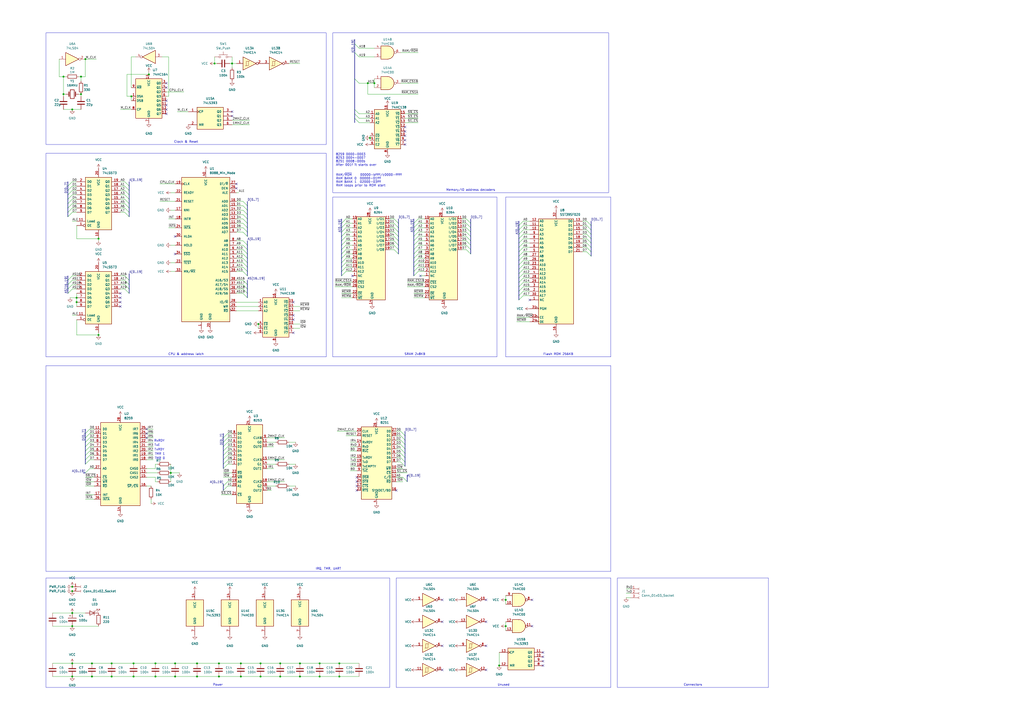
<source format=kicad_sch>
(kicad_sch (version 20231120) (generator "eeschema") (generator_version "8.0")
  (paper "A2")
  (title_block (title "8088 Breadboard PC") (company "galagen"))
  (junction (at 185.42 392.43))
  (junction (at 77.47 384.81))
  (junction (at 41.91 363.22))
  (junction (at 46.99 54.61))
  (junction (at 151.13 384.81))
  (junction (at 139.7 392.43))
  (junction (at 53.34 392.43))
  (junction (at 41.91 340.36))
  (junction (at 49.53 34.29))
  (junction (at 77.47 392.43))
  (junction (at 101.6 392.43))
  (junction (at 196.85 384.81))
  (junction (at 124.46 36.83))
  (junction (at 64.77 384.81))
  (junction (at 114.3 392.43))
  (junction (at 127 384.81))
  (junction (at 114.3 384.81))
  (junction (at 196.85 392.43))
  (junction (at 99.06 274.32))
  (junction (at 44.45 175.26))
  (junction (at 41.91 392.43))
  (junction (at 36.83 54.61))
  (junction (at 41.91 384.81))
  (junction (at 53.34 384.81))
  (junction (at 289.56 386.08))
  (junction (at 214.63 80.01))
  (junction (at 46.99 44.45))
  (junction (at 149.86 187.96))
  (junction (at 134.62 36.83))
  (junction (at 76.2 55.88))
  (junction (at 162.56 384.81))
  (junction (at 293.37 363.22))
  (junction (at 64.77 392.43))
  (junction (at 213.36 48.26))
  (junction (at 36.83 44.45))
  (junction (at 173.99 392.43))
  (junction (at 90.17 384.81))
  (junction (at 44.45 172.72))
  (junction (at 151.13 392.43))
  (junction (at 41.91 63.5))
  (junction (at 185.42 384.81))
  (junction (at 90.17 392.43))
  (junction (at 173.99 384.81))
  (junction (at 217.17 48.26))
  (junction (at 41.91 355.6))
  (junction (at 86.36 43.18))
  (junction (at 101.6 384.81))
  (junction (at 41.91 342.9))
  (junction (at 57.15 138.43))
  (junction (at 162.56 392.43))
  (junction (at 57.15 194.31))
  (junction (at 127 392.43))
  (junction (at 293.37 347.98))
  (junction (at 139.7 384.81))
  (no_connect (at 308.61 347.98))
  (no_connect (at 256.54 374.65))
  (no_connect (at 96.52 60.96))
  (no_connect (at 96.52 63.5))
  (no_connect (at 234.95 73.66))
  (no_connect (at 170.18 193.04))
  (no_connect (at 69.85 175.26))
  (no_connect (at 234.95 76.2))
  (no_connect (at 69.85 177.8))
  (no_connect (at 281.94 374.65))
  (no_connect (at 256.54 388.62))
  (no_connect (at 234.95 81.28))
  (no_connect (at 101.6 137.16))
  (no_connect (at 96.52 50.8))
  (no_connect (at 96.52 58.42))
  (no_connect (at 170.18 182.88))
  (no_connect (at 85.09 251.46))
  (no_connect (at 137.16 109.22))
  (no_connect (at 134.62 67.31))
  (no_connect (at 85.09 248.92))
  (no_connect (at 256.54 347.98))
  (no_connect (at 229.87 284.48))
  (no_connect (at 314.96 378.46))
  (no_connect (at 307.34 173.99))
  (no_connect (at 101.6 147.32))
  (no_connect (at 281.94 347.98))
  (no_connect (at 170.18 185.42))
  (no_connect (at 134.62 64.77))
  (no_connect (at 96.52 66.04))
  (no_connect (at 207.01 279.4))
  (no_connect (at 170.18 175.26))
  (no_connect (at 243.84 160.02))
  (no_connect (at 281.94 360.68))
  (no_connect (at 234.95 78.74))
  (no_connect (at 69.85 170.18))
  (no_connect (at 234.95 83.82))
  (no_connect (at 137.16 106.68))
  (no_connect (at 207.01 284.48))
  (no_connect (at 69.85 172.72))
  (no_connect (at 314.96 386.08))
  (no_connect (at 314.96 383.54))
  (no_connect (at 204.47 160.02))
  (no_connect (at 96.52 48.26))
  (no_connect (at 314.96 381))
  (no_connect (at 256.54 360.68))
  (no_connect (at 207.01 281.94))
  (no_connect (at 281.94 388.62))
  (no_connect (at 207.01 276.86))
  (no_connect (at 85.09 254))
  (no_connect (at 308.61 363.22))
  (bus_entry (at 140.97 165.1) (size 2.54 2.54))
  (bus_entry (at 140.97 167.64) (size 2.54 2.54))
  (bus_entry (at 205.74 30.48) (size 2.54 2.54))
  (bus_entry (at 236.22 279.4) (size -2.54 -2.54))
  (bus_entry (at 198.12 129.54) (size 2.54 -2.54))
  (bus_entry (at 240.03 160.02) (size 2.54 -2.54))
  (bus_entry (at 41.91 107.95) (size -2.54 2.54))
  (bus_entry (at 41.91 118.11) (size -2.54 2.54))
  (bus_entry (at 205.74 68.58) (size 2.54 2.54))
  (bus_entry (at 240.03 157.48) (size 2.54 -2.54))
  (bus_entry (at 198.12 139.7) (size 2.54 -2.54))
  (bus_entry (at 234.95 270.51) (size -2.54 -2.54))
  (bus_entry (at 300.99 153.67) (size 2.54 -2.54))
  (bus_entry (at 198.12 144.78) (size 2.54 -2.54))
  (bus_entry (at 300.99 171.45) (size 2.54 -2.54))
  (bus_entry (at 49.53 274.32) (size 2.54 -2.54))
  (bus_entry (at 300.99 140.97) (size 2.54 -2.54))
  (bus_entry (at 140.97 144.78) (size 2.54 2.54))
  (bus_entry (at 300.99 146.05) (size 2.54 -2.54))
  (bus_entry (at 240.03 134.62) (size 2.54 -2.54))
  (bus_entry (at 72.39 118.11) (size 2.54 2.54))
  (bus_entry (at 342.9 130.81) (size -2.54 -2.54))
  (bus_entry (at 52.07 259.08) (size -2.54 2.54))
  (bus_entry (at 300.99 158.75) (size 2.54 -2.54))
  (bus_entry (at 240.03 129.54) (size 2.54 -2.54))
  (bus_entry (at 300.99 143.51) (size 2.54 -2.54))
  (bus_entry (at 240.03 144.78) (size 2.54 -2.54))
  (bus_entry (at 72.39 110.49) (size 2.54 2.54))
  (bus_entry (at 140.97 127) (size 2.54 2.54))
  (bus_entry (at 300.99 163.83) (size 2.54 -2.54))
  (bus_entry (at 72.39 115.57) (size 2.54 2.54))
  (bus_entry (at 41.91 167.64) (size -2.54 2.54))
  (bus_entry (at 140.97 132.08) (size 2.54 2.54))
  (bus_entry (at 205.74 45.72) (size 2.54 2.54))
  (bus_entry (at 140.97 121.92) (size 2.54 2.54))
  (bus_entry (at 140.97 162.56) (size 2.54 2.54))
  (bus_entry (at 300.99 161.29) (size 2.54 -2.54))
  (bus_entry (at 240.03 142.24) (size 2.54 -2.54))
  (bus_entry (at 205.74 63.5) (size 2.54 2.54))
  (bus_entry (at 140.97 170.18) (size 2.54 2.54))
  (bus_entry (at 132.08 266.7) (size -2.54 2.54))
  (bus_entry (at 342.9 138.43) (size -2.54 -2.54))
  (bus_entry (at 231.14 144.78) (size -2.54 -2.54))
  (bus_entry (at 240.03 139.7) (size 2.54 -2.54))
  (bus_entry (at 198.12 134.62) (size 2.54 -2.54))
  (bus_entry (at 52.07 266.7) (size -2.54 2.54))
  (bus_entry (at 198.12 152.4) (size 2.54 -2.54))
  (bus_entry (at 198.12 154.94) (size 2.54 -2.54))
  (bus_entry (at 198.12 149.86) (size 2.54 -2.54))
  (bus_entry (at 72.39 120.65) (size 2.54 2.54))
  (bus_entry (at 129.54 284.48) (size 2.54 -2.54))
  (bus_entry (at 273.05 134.62) (size -2.54 -2.54))
  (bus_entry (at 41.91 115.57) (size -2.54 2.54))
  (bus_entry (at 231.14 139.7) (size -2.54 -2.54))
  (bus_entry (at 300.99 138.43) (size 2.54 -2.54))
  (bus_entry (at 234.95 267.97) (size -2.54 -2.54))
  (bus_entry (at 342.9 135.89) (size -2.54 -2.54))
  (bus_entry (at 140.97 142.24) (size 2.54 2.54))
  (bus_entry (at 300.99 135.89) (size 2.54 -2.54))
  (bus_entry (at 273.05 142.24) (size -2.54 -2.54))
  (bus_entry (at 300.99 168.91) (size 2.54 -2.54))
  (bus_entry (at 342.9 140.97) (size -2.54 -2.54))
  (bus_entry (at 273.05 132.08) (size -2.54 -2.54))
  (bus_entry (at 231.14 137.16) (size -2.54 -2.54))
  (bus_entry (at 72.39 123.19) (size 2.54 2.54))
  (bus_entry (at 72.39 165.1) (size 2.54 2.54))
  (bus_entry (at 273.05 147.32) (size -2.54 -2.54))
  (bus_entry (at 132.08 269.24) (size -2.54 2.54))
  (bus_entry (at 52.07 261.62) (size -2.54 2.54))
  (bus_entry (at 198.12 157.48) (size 2.54 -2.54))
  (bus_entry (at 198.12 142.24) (size 2.54 -2.54))
  (bus_entry (at 41.91 123.19) (size -2.54 2.54))
  (bus_entry (at 140.97 116.84) (size 2.54 2.54))
  (bus_entry (at 231.14 142.24) (size -2.54 -2.54))
  (bus_entry (at 231.14 147.32) (size -2.54 -2.54))
  (bus_entry (at 240.03 149.86) (size 2.54 -2.54))
  (bus_entry (at 132.08 259.08) (size -2.54 2.54))
  (bus_entry (at 342.9 148.59) (size -2.54 -2.54))
  (bus_entry (at 72.39 105.41) (size 2.54 2.54))
  (bus_entry (at 132.08 256.54) (size -2.54 2.54))
  (bus_entry (at 342.9 146.05) (size -2.54 -2.54))
  (bus_entry (at 300.99 156.21) (size 2.54 -2.54))
  (bus_entry (at 41.91 160.02) (size -2.54 2.54))
  (bus_entry (at 52.07 256.54) (size -2.54 2.54))
  (bus_entry (at 198.12 137.16) (size 2.54 -2.54))
  (bus_entry (at 41.91 165.1) (size -2.54 2.54))
  (bus_entry (at 140.97 152.4) (size 2.54 2.54))
  (bus_entry (at 234.95 262.89) (size -2.54 -2.54))
  (bus_entry (at 240.03 154.94) (size 2.54 -2.54))
  (bus_entry (at 234.95 257.81) (size -2.54 -2.54))
  (bus_entry (at 234.95 252.73) (size -2.54 -2.54))
  (bus_entry (at 300.99 148.59) (size 2.54 -2.54))
  (bus_entry (at 132.08 251.46) (size -2.54 2.54))
  (bus_entry (at 52.07 251.46) (size -2.54 2.54))
  (bus_entry (at 300.99 151.13) (size 2.54 -2.54))
  (bus_entry (at 198.12 147.32) (size 2.54 -2.54))
  (bus_entry (at 72.39 113.03) (size 2.54 2.54))
  (bus_entry (at 140.97 149.86) (size 2.54 2.54))
  (bus_entry (at 72.39 160.02) (size 2.54 2.54))
  (bus_entry (at 41.91 105.41) (size -2.54 2.54))
  (bus_entry (at 52.07 254) (size -2.54 2.54))
  (bus_entry (at 273.05 139.7) (size -2.54 -2.54))
  (bus_entry (at 234.95 260.35) (size -2.54 -2.54))
  (bus_entry (at 300.99 133.35) (size 2.54 -2.54))
  (bus_entry (at 72.39 107.95) (size 2.54 2.54))
  (bus_entry (at 52.07 248.92) (size -2.54 2.54))
  (bus_entry (at 240.03 137.16) (size 2.54 -2.54))
  (bus_entry (at 240.03 132.08) (size 2.54 -2.54))
  (bus_entry (at 140.97 157.48) (size 2.54 2.54))
  (bus_entry (at 129.54 281.94) (size 2.54 -2.54))
  (bus_entry (at 140.97 134.62) (size 2.54 2.54))
  (bus_entry (at 132.08 254) (size -2.54 2.54))
  (bus_entry (at 205.74 66.04) (size 2.54 2.54))
  (bus_entry (at 41.91 120.65) (size -2.54 2.54))
  (bus_entry (at 140.97 129.54) (size 2.54 2.54))
  (bus_entry (at 342.9 143.51) (size -2.54 -2.54))
  (bus_entry (at 140.97 124.46) (size 2.54 2.54))
  (bus_entry (at 240.03 152.4) (size 2.54 -2.54))
  (bus_entry (at 231.14 129.54) (size -2.54 -2.54))
  (bus_entry (at 140.97 154.94) (size 2.54 2.54))
  (bus_entry (at 273.05 137.16) (size -2.54 -2.54))
  (bus_entry (at 273.05 144.78) (size -2.54 -2.54))
  (bus_entry (at 342.9 133.35) (size -2.54 -2.54))
  (bus_entry (at 300.99 166.37) (size 2.54 -2.54))
  (bus_entry (at 198.12 160.02) (size 2.54 -2.54))
  (bus_entry (at 72.39 162.56) (size 2.54 2.54))
  (bus_entry (at 52.07 264.16) (size -2.54 2.54))
  (bus_entry (at 140.97 119.38) (size 2.54 2.54))
  (bus_entry (at 41.91 110.49) (size -2.54 2.54))
  (bus_entry (at 41.91 113.03) (size -2.54 2.54))
  (bus_entry (at 41.91 162.56) (size -2.54 2.54))
  (bus_entry (at 300.99 130.81) (size 2.54 -2.54))
  (bus_entry (at 231.14 134.62) (size -2.54 -2.54))
  (bus_entry (at 234.95 265.43) (size -2.54 -2.54))
  (bus_entry (at 72.39 167.64) (size 2.54 2.54))
  (bus_entry (at 231.14 132.08) (size -2.54 -2.54))
  (bus_entry (at 198.12 132.08) (size 2.54 -2.54))
  (bus_entry (at 205.74 25.4) (size 2.54 2.54))
  (bus_entry (at 140.97 147.32) (size 2.54 2.54))
  (bus_entry (at 240.03 147.32) (size 2.54 -2.54))
  (bus_entry (at 273.05 129.54) (size -2.54 -2.54))
  (bus_entry (at 300.99 173.99) (size 2.54 -2.54))
  (bus_entry (at 132.08 264.16) (size -2.54 2.54))
  (bus_entry (at 140.97 139.7) (size 2.54 2.54))
  (bus_entry (at 132.08 261.62) (size -2.54 2.54))
  (bus_entry (at 234.95 255.27) (size -2.54 -2.54))
  (bus (pts (xy 300.99 171.45) (xy 300.99 173.99)))
  (bus (pts (xy 143.51 157.48) (xy 143.51 160.02)))
  (bus (pts (xy 49.53 256.54) (xy 49.53 259.08)))
  (wire (pts (xy 137.16 124.46) (xy 140.97 124.46)))
  (bus (pts (xy 49.53 264.16) (xy 49.53 266.7)))
  (bus (pts (xy 143.51 127) (xy 143.51 129.54)))
  (wire (pts (xy 200.66 129.54) (xy 204.47 129.54)))
  (wire (pts (xy 213.36 48.26) (xy 217.17 48.26)))
  (bus (pts (xy 205.74 45.72) (xy 205.74 63.5)))
  (bus (pts (xy 205.74 66.04) (xy 205.74 68.58)))
  (wire (pts (xy 337.82 140.97) (xy 340.36 140.97)))
  (wire (pts (xy 78.74 33.02) (xy 76.2 33.02)))
  (bus (pts (xy 143.51 139.7) (xy 143.51 142.24)))
  (wire (pts (xy 134.62 72.39) (xy 144.78 72.39)))
  (bus (pts (xy 39.37 123.19) (xy 39.37 125.73)))
  (bus (pts (xy 236.22 275.59) (xy 236.22 279.4)))
  (wire (pts (xy 30.48 363.22) (xy 41.91 363.22)))
  (wire (pts (xy 267.97 132.08) (xy 270.51 132.08)))
  (bus (pts (xy 198.12 157.48) (xy 198.12 160.02)))
  (bus (pts (xy 39.37 160.02) (xy 39.37 162.56)))
  (wire (pts (xy 162.56 392.43) (xy 173.99 392.43)))
  (wire (pts (xy 101.6 392.43) (xy 114.3 392.43)))
  (wire (pts (xy 137.16 132.08) (xy 140.97 132.08)))
  (wire (pts (xy 167.64 256.54) (xy 171.45 256.54)))
  (wire (pts (xy 198.12 170.18) (xy 204.47 170.18)))
  (wire (pts (xy 303.53 143.51) (xy 307.34 143.51)))
  (wire (pts (xy 41.91 123.19) (xy 44.45 123.19)))
  (bus (pts (xy 342.9 146.05) (xy 342.9 148.59)))
  (wire (pts (xy 41.91 107.95) (xy 44.45 107.95)))
  (wire (pts (xy 69.85 118.11) (xy 72.39 118.11)))
  (wire (pts (xy 41.91 160.02) (xy 44.45 160.02)))
  (bus (pts (xy 198.12 144.78) (xy 198.12 147.32)))
  (wire (pts (xy 137.16 167.64) (xy 140.97 167.64)))
  (bus (pts (xy 300.99 153.67) (xy 300.99 156.21)))
  (wire (pts (xy 137.16 134.62) (xy 140.97 134.62)))
  (wire (pts (xy 196.85 392.43) (xy 208.28 392.43)))
  (bus (pts (xy 234.95 262.89) (xy 234.95 265.43)))
  (wire (pts (xy 149.86 187.96) (xy 149.86 190.5)))
  (wire (pts (xy 69.85 120.65) (xy 72.39 120.65)))
  (bus (pts (xy 240.03 157.48) (xy 240.03 160.02)))
  (wire (pts (xy 137.16 119.38) (xy 140.97 119.38)))
  (wire (pts (xy 69.85 160.02) (xy 72.39 160.02)))
  (wire (pts (xy 49.53 281.94) (xy 54.61 281.94)))
  (wire (pts (xy 52.07 256.54) (xy 54.61 256.54)))
  (wire (pts (xy 41.91 384.81) (xy 53.34 384.81)))
  (bus (pts (xy 198.12 132.08) (xy 198.12 134.62)))
  (wire (pts (xy 242.57 132.08) (xy 246.38 132.08)))
  (wire (pts (xy 200.66 252.73) (xy 207.01 252.73)))
  (wire (pts (xy 303.53 171.45) (xy 307.34 171.45)))
  (bus (pts (xy 39.37 110.49) (xy 39.37 113.03)))
  (wire (pts (xy 99.06 157.48) (xy 101.6 157.48)))
  (bus (pts (xy 39.37 118.11) (xy 39.37 120.65)))
  (wire (pts (xy 99.06 274.32) (xy 104.14 274.32)))
  (wire (pts (xy 293.37 360.68) (xy 293.37 363.22)))
  (wire (pts (xy 200.66 137.16) (xy 204.47 137.16)))
  (wire (pts (xy 243.84 160.02) (xy 246.38 160.02)))
  (wire (pts (xy 134.62 36.83) (xy 134.62 39.37)))
  (wire (pts (xy 85.09 259.08) (xy 88.9 259.08)))
  (wire (pts (xy 41.91 182.88) (xy 44.45 182.88)))
  (bus (pts (xy 74.93 113.03) (xy 74.93 115.57)))
  (bus (pts (xy 143.51 170.18) (xy 143.51 172.72)))
  (bus (pts (xy 240.03 152.4) (xy 240.03 154.94)))
  (wire (pts (xy 154.94 266.7) (xy 165.1 266.7)))
  (bus (pts (xy 198.12 152.4) (xy 198.12 154.94)))
  (bus (pts (xy 342.9 128.27) (xy 342.9 130.81)))
  (wire (pts (xy 203.2 256.54) (xy 207.01 256.54)))
  (wire (pts (xy 198.12 172.72) (xy 204.47 172.72)))
  (wire (pts (xy 203.2 265.43) (xy 207.01 265.43)))
  (wire (pts (xy 52.07 259.08) (xy 54.61 259.08)))
  (bus (pts (xy 129.54 261.62) (xy 129.54 264.16)))
  (wire (pts (xy 242.57 157.48) (xy 246.38 157.48)))
  (wire (pts (xy 303.53 135.89) (xy 307.34 135.89)))
  (wire (pts (xy 200.66 139.7) (xy 204.47 139.7)))
  (wire (pts (xy 226.06 137.16) (xy 228.6 137.16)))
  (bus (pts (xy 129.54 269.24) (xy 129.54 271.78)))
  (wire (pts (xy 267.97 139.7) (xy 270.51 139.7)))
  (wire (pts (xy 85.09 281.94) (xy 87.63 281.94)))
  (wire (pts (xy 137.16 152.4) (xy 140.97 152.4)))
  (bus (pts (xy 300.99 140.97) (xy 300.99 143.51)))
  (wire (pts (xy 242.57 137.16) (xy 246.38 137.16)))
  (wire (pts (xy 90.17 279.4) (xy 91.44 279.4)))
  (bus (pts (xy 273.05 134.62) (xy 273.05 137.16)))
  (wire (pts (xy 41.91 128.27) (xy 44.45 128.27)))
  (bus (pts (xy 74.93 165.1) (xy 74.93 167.64)))
  (bus (pts (xy 143.51 144.78) (xy 143.51 147.32)))
  (wire (pts (xy 337.82 128.27) (xy 340.36 128.27)))
  (wire (pts (xy 44.45 138.43) (xy 57.15 138.43)))
  (wire (pts (xy 90.17 392.43) (xy 101.6 392.43)))
  (bus (pts (xy 300.99 158.75) (xy 300.99 161.29)))
  (wire (pts (xy 44.45 170.18) (xy 44.45 172.72)))
  (wire (pts (xy 137.16 147.32) (xy 140.97 147.32)))
  (wire (pts (xy 267.97 127) (xy 270.51 127)))
  (wire (pts (xy 303.53 158.75) (xy 307.34 158.75)))
  (bus (pts (xy 39.37 162.56) (xy 39.37 165.1)))
  (wire (pts (xy 44.45 194.31) (xy 57.15 194.31)))
  (wire (pts (xy 96.52 53.34) (xy 106.68 53.34)))
  (wire (pts (xy 200.66 144.78) (xy 204.47 144.78)))
  (wire (pts (xy 200.66 157.48) (xy 204.47 157.48)))
  (wire (pts (xy 236.22 166.37) (xy 246.38 166.37)))
  (wire (pts (xy 44.45 172.72) (xy 44.45 175.26)))
  (bus (pts (xy 300.99 135.89) (xy 300.99 138.43)))
  (wire (pts (xy 154.94 281.94) (xy 160.02 281.94)))
  (wire (pts (xy 200.66 152.4) (xy 204.47 152.4)))
  (wire (pts (xy 97.79 55.88) (xy 97.79 33.02)))
  (wire (pts (xy 229.87 252.73) (xy 232.41 252.73)))
  (wire (pts (xy 64.77 384.81) (xy 77.47 384.81)))
  (bus (pts (xy 49.53 254) (xy 49.53 256.54)))
  (wire (pts (xy 99.06 121.92) (xy 101.6 121.92)))
  (wire (pts (xy 49.53 34.29) (xy 55.88 34.29)))
  (bus (pts (xy 300.99 130.81) (xy 300.99 133.35)))
  (wire (pts (xy 137.16 111.76) (xy 138.43 111.76)))
  (wire (pts (xy 213.36 48.26) (xy 213.36 54.61)))
  (wire (pts (xy 200.66 127) (xy 204.47 127)))
  (wire (pts (xy 30.48 355.6) (xy 41.91 355.6)))
  (bus (pts (xy 198.12 134.62) (xy 198.12 137.16)))
  (wire (pts (xy 217.17 45.72) (xy 217.17 48.26)))
  (wire (pts (xy 232.41 30.48) (xy 242.57 30.48)))
  (bus (pts (xy 231.14 142.24) (xy 231.14 144.78)))
  (wire (pts (xy 49.53 34.29) (xy 49.53 44.45)))
  (wire (pts (xy 242.57 134.62) (xy 246.38 134.62)))
  (bus (pts (xy 74.93 115.57) (xy 74.93 118.11)))
  (wire (pts (xy 85.09 261.62) (xy 88.9 261.62)))
  (wire (pts (xy 99.06 274.32) (xy 99.06 279.4)))
  (wire (pts (xy 41.91 63.5) (xy 46.99 63.5)))
  (wire (pts (xy 229.87 262.89) (xy 232.41 262.89)))
  (wire (pts (xy 85.09 266.7) (xy 88.9 266.7)))
  (bus (pts (xy 234.95 252.73) (xy 234.95 255.27)))
  (wire (pts (xy 154.94 284.48) (xy 157.48 284.48)))
  (wire (pts (xy 214.63 78.74) (xy 214.63 80.01)))
  (wire (pts (xy 162.56 384.81) (xy 173.99 384.81)))
  (wire (pts (xy 137.16 116.84) (xy 140.97 116.84)))
  (bus (pts (xy 231.14 139.7) (xy 231.14 142.24)))
  (bus (pts (xy 240.03 154.94) (xy 240.03 157.48)))
  (bus (pts (xy 273.05 139.7) (xy 273.05 142.24)))
  (wire (pts (xy 242.57 152.4) (xy 246.38 152.4)))
  (wire (pts (xy 69.85 63.5) (xy 76.2 63.5)))
  (bus (pts (xy 143.51 132.08) (xy 143.51 134.62)))
  (wire (pts (xy 200.66 154.94) (xy 204.47 154.94)))
  (bus (pts (xy 234.95 267.97) (xy 234.95 270.51)))
  (wire (pts (xy 92.71 106.68) (xy 101.6 106.68)))
  (wire (pts (xy 137.16 175.26) (xy 149.86 175.26)))
  (bus (pts (xy 273.05 132.08) (xy 273.05 134.62)))
  (wire (pts (xy 90.17 276.86) (xy 90.17 279.4)))
  (wire (pts (xy 229.87 250.19) (xy 232.41 250.19)))
  (bus (pts (xy 205.74 30.48) (xy 205.74 45.72)))
  (wire (pts (xy 226.06 142.24) (xy 228.6 142.24)))
  (wire (pts (xy 240.03 172.72) (xy 246.38 172.72)))
  (bus (pts (xy 129.54 256.54) (xy 129.54 259.08)))
  (wire (pts (xy 44.45 130.81) (xy 44.45 138.43)))
  (wire (pts (xy 267.97 134.62) (xy 270.51 134.62)))
  (wire (pts (xy 41.91 110.49) (xy 44.45 110.49)))
  (bus (pts (xy 74.93 162.56) (xy 74.93 165.1)))
  (wire (pts (xy 151.13 384.81) (xy 162.56 384.81)))
  (wire (pts (xy 337.82 130.81) (xy 340.36 130.81)))
  (bus (pts (xy 39.37 105.41) (xy 39.37 107.95)))
  (bus (pts (xy 129.54 251.46) (xy 129.54 254)))
  (wire (pts (xy 86.36 41.91) (xy 86.36 43.18)))
  (wire (pts (xy 185.42 384.81) (xy 196.85 384.81)))
  (wire (pts (xy 85.09 248.92) (xy 88.9 248.92)))
  (bus (pts (xy 74.93 120.65) (xy 74.93 123.19)))
  (wire (pts (xy 203.2 259.08) (xy 207.01 259.08)))
  (bus (pts (xy 74.93 123.19) (xy 74.93 125.73)))
  (wire (pts (xy 52.07 251.46) (xy 54.61 251.46)))
  (wire (pts (xy 139.7 384.81) (xy 151.13 384.81)))
  (bus (pts (xy 205.74 63.5) (xy 205.74 66.04)))
  (wire (pts (xy 229.87 267.97) (xy 232.41 267.97)))
  (wire (pts (xy 36.83 54.61) (xy 36.83 55.88)))
  (bus (pts (xy 342.9 140.97) (xy 342.9 143.51)))
  (bus (pts (xy 39.37 107.95) (xy 39.37 110.49)))
  (wire (pts (xy 154.94 279.4) (xy 165.1 279.4)))
  (bus (pts (xy 342.9 133.35) (xy 342.9 135.89)))
  (wire (pts (xy 69.85 165.1) (xy 72.39 165.1)))
  (wire (pts (xy 41.91 363.22) (xy 57.15 363.22)))
  (bus (pts (xy 74.93 107.95) (xy 74.93 110.49)))
  (wire (pts (xy 44.45 175.26) (xy 44.45 177.8)))
  (bus (pts (xy 39.37 165.1) (xy 39.37 167.64)))
  (wire (pts (xy 85.09 254) (xy 88.9 254)))
  (wire (pts (xy 53.34 384.81) (xy 64.77 384.81)))
  (wire (pts (xy 41.91 162.56) (xy 44.45 162.56)))
  (wire (pts (xy 293.37 347.98) (xy 293.37 350.52)))
  (wire (pts (xy 30.48 392.43) (xy 41.91 392.43)))
  (bus (pts (xy 300.99 168.91) (xy 300.99 171.45)))
  (bus (pts (xy 300.99 163.83) (xy 300.99 166.37)))
  (wire (pts (xy 226.06 127) (xy 228.6 127)))
  (wire (pts (xy 134.62 36.83) (xy 137.16 36.83)))
  (wire (pts (xy 137.16 121.92) (xy 140.97 121.92)))
  (wire (pts (xy 69.85 107.95) (xy 72.39 107.95)))
  (wire (pts (xy 52.07 271.78) (xy 54.61 271.78)))
  (wire (pts (xy 267.97 142.24) (xy 270.51 142.24)))
  (bus (pts (xy 49.53 259.08) (xy 49.53 261.62)))
  (bus (pts (xy 234.95 250.19) (xy 234.95 252.73)))
  (wire (pts (xy 154.94 259.08) (xy 158.75 259.08)))
  (wire (pts (xy 52.07 254) (xy 54.61 254)))
  (bus (pts (xy 231.14 132.08) (xy 231.14 134.62)))
  (wire (pts (xy 194.31 163.83) (xy 204.47 163.83)))
  (wire (pts (xy 337.82 138.43) (xy 340.36 138.43)))
  (wire (pts (xy 213.36 54.61) (xy 242.57 54.61)))
  (wire (pts (xy 132.08 251.46) (xy 134.62 251.46)))
  (wire (pts (xy 87.63 289.56) (xy 87.63 292.1)))
  (wire (pts (xy 114.3 384.81) (xy 127 384.81)))
  (wire (pts (xy 53.34 392.43) (xy 64.77 392.43)))
  (bus (pts (xy 129.54 281.94) (xy 129.54 284.48)))
  (wire (pts (xy 229.87 279.4) (xy 233.68 279.4)))
  (wire (pts (xy 77.47 384.81) (xy 90.17 384.81)))
  (bus (pts (xy 198.12 137.16) (xy 198.12 139.7)))
  (wire (pts (xy 242.57 144.78) (xy 246.38 144.78)))
  (wire (pts (xy 69.85 162.56) (xy 72.39 162.56)))
  (wire (pts (xy 363.22 341.63) (xy 365.76 341.63)))
  (wire (pts (xy 203.2 273.05) (xy 207.01 273.05)))
  (bus (pts (xy 231.14 137.16) (xy 231.14 139.7)))
  (wire (pts (xy 299.72 186.69) (xy 307.34 186.69)))
  (wire (pts (xy 97.79 132.08) (xy 101.6 132.08)))
  (wire (pts (xy 242.57 147.32) (xy 246.38 147.32)))
  (wire (pts (xy 97.79 127) (xy 101.6 127)))
  (wire (pts (xy 132.08 279.4) (xy 134.62 279.4)))
  (wire (pts (xy 137.16 157.48) (xy 140.97 157.48)))
  (wire (pts (xy 132.08 281.94) (xy 134.62 281.94)))
  (wire (pts (xy 167.64 281.94) (xy 171.45 281.94)))
  (wire (pts (xy 36.83 63.5) (xy 41.91 63.5)))
  (bus (pts (xy 240.03 142.24) (xy 240.03 144.78)))
  (bus (pts (xy 143.51 149.86) (xy 143.51 152.4)))
  (wire (pts (xy 200.66 132.08) (xy 204.47 132.08)))
  (wire (pts (xy 76.2 55.88) (xy 76.2 58.42)))
  (wire (pts (xy 38.1 54.61) (xy 36.83 54.61)))
  (wire (pts (xy 242.57 48.26) (xy 232.41 48.26)))
  (wire (pts (xy 154.94 269.24) (xy 160.02 269.24)))
  (bus (pts (xy 240.03 129.54) (xy 240.03 132.08)))
  (bus (pts (xy 273.05 127) (xy 273.05 129.54)))
  (wire (pts (xy 337.82 135.89) (xy 340.36 135.89)))
  (bus (pts (xy 74.93 118.11) (xy 74.93 120.65)))
  (wire (pts (xy 96.52 55.88) (xy 97.79 55.88)))
  (wire (pts (xy 208.28 48.26) (xy 213.36 48.26)))
  (bus (pts (xy 300.99 156.21) (xy 300.99 158.75)))
  (wire (pts (xy 101.6 384.81) (xy 114.3 384.81)))
  (bus (pts (xy 143.51 142.24) (xy 143.51 144.78)))
  (wire (pts (xy 132.08 259.08) (xy 134.62 259.08)))
  (wire (pts (xy 73.66 43.18) (xy 73.66 55.88)))
  (wire (pts (xy 137.16 170.18) (xy 140.97 170.18)))
  (wire (pts (xy 203.2 267.97) (xy 207.01 267.97)))
  (bus (pts (xy 231.14 129.54) (xy 231.14 132.08)))
  (wire (pts (xy 124.46 33.02) (xy 124.46 36.83)))
  (wire (pts (xy 76.2 33.02) (xy 76.2 50.8)))
  (wire (pts (xy 132.08 264.16) (xy 134.62 264.16)))
  (wire (pts (xy 293.37 363.22) (xy 293.37 365.76)))
  (wire (pts (xy 303.53 156.21) (xy 307.34 156.21)))
  (wire (pts (xy 267.97 129.54) (xy 270.51 129.54)))
  (bus (pts (xy 49.53 248.92) (xy 49.53 251.46)))
  (wire (pts (xy 41.91 392.43) (xy 53.34 392.43)))
  (wire (pts (xy 124.46 36.83) (xy 125.73 36.83)))
  (bus (pts (xy 231.14 127) (xy 231.14 129.54)))
  (wire (pts (xy 137.16 177.8) (xy 149.86 177.8)))
  (wire (pts (xy 214.63 80.01) (xy 214.63 81.28)))
  (wire (pts (xy 85.09 256.54) (xy 88.9 256.54)))
  (bus (pts (xy 39.37 115.57) (xy 39.37 118.11)))
  (bus (pts (xy 74.93 105.41) (xy 74.93 107.95)))
  (wire (pts (xy 137.16 129.54) (xy 140.97 129.54)))
  (wire (pts (xy 167.64 36.83) (xy 173.99 36.83)))
  (bus (pts (xy 143.51 152.4) (xy 143.51 154.94)))
  (wire (pts (xy 200.66 142.24) (xy 204.47 142.24)))
  (bus (pts (xy 143.51 162.56) (xy 143.51 165.1)))
  (wire (pts (xy 303.53 153.67) (xy 307.34 153.67)))
  (bus (pts (xy 240.03 132.08) (xy 240.03 134.62)))
  (wire (pts (xy 236.22 163.83) (xy 246.38 163.83)))
  (bus (pts (xy 74.93 158.75) (xy 74.93 162.56)))
  (wire (pts (xy 170.18 190.5) (xy 173.99 190.5)))
  (bus (pts (xy 129.54 259.08) (xy 129.54 261.62)))
  (wire (pts (xy 49.53 287.02) (xy 54.61 287.02)))
  (bus (pts (xy 342.9 135.89) (xy 342.9 138.43)))
  (wire (pts (xy 154.94 256.54) (xy 160.02 256.54)))
  (wire (pts (xy 57.15 194.31) (xy 57.15 193.04)))
  (wire (pts (xy 170.18 180.34) (xy 173.99 180.34)))
  (wire (pts (xy 303.53 146.05) (xy 307.34 146.05)))
  (wire (pts (xy 229.87 257.81) (xy 232.41 257.81)))
  (wire (pts (xy 200.66 147.32) (xy 204.47 147.32)))
  (wire (pts (xy 90.17 384.81) (xy 101.6 384.81)))
  (wire (pts (xy 139.7 392.43) (xy 151.13 392.43)))
  (wire (pts (xy 69.85 110.49) (xy 72.39 110.49)))
  (bus (pts (xy 240.03 149.86) (xy 240.03 152.4)))
  (wire (pts (xy 44.45 185.42) (xy 44.45 194.31)))
  (wire (pts (xy 73.66 55.88) (xy 76.2 55.88)))
  (bus (pts (xy 234.95 260.35) (xy 234.95 262.89)))
  (wire (pts (xy 128.27 287.02) (xy 134.62 287.02)))
  (wire (pts (xy 132.08 256.54) (xy 134.62 256.54)))
  (wire (pts (xy 208.28 71.12) (xy 214.63 71.12)))
  (wire (pts (xy 41.91 105.41) (xy 44.45 105.41)))
  (wire (pts (xy 242.57 154.94) (xy 246.38 154.94)))
  (bus (pts (xy 342.9 138.43) (xy 342.9 140.97)))
  (bus (pts (xy 143.51 124.46) (xy 143.51 127)))
  (wire (pts (xy 99.06 111.76) (xy 101.6 111.76)))
  (wire (pts (xy 229.87 265.43) (xy 232.41 265.43)))
  (bus (pts (xy 273.05 144.78) (xy 273.05 147.32)))
  (wire (pts (xy 41.91 165.1) (xy 44.45 165.1)))
  (wire (pts (xy 229.87 274.32) (xy 236.22 274.32)))
  (wire (pts (xy 170.18 177.8) (xy 173.99 177.8)))
  (wire (pts (xy 134.62 69.85) (xy 144.78 69.85)))
  (bus (pts (xy 205.74 25.4) (xy 205.74 30.48)))
  (wire (pts (xy 303.53 163.83) (xy 307.34 163.83)))
  (wire (pts (xy 92.71 116.84) (xy 101.6 116.84)))
  (wire (pts (xy 34.29 34.29) (xy 34.29 44.45)))
  (wire (pts (xy 46.99 46.99) (xy 46.99 44.45)))
  (wire (pts (xy 36.83 44.45) (xy 36.83 54.61)))
  (wire (pts (xy 303.53 161.29) (xy 307.34 161.29)))
  (bus (pts (xy 231.14 134.62) (xy 231.14 137.16)))
  (wire (pts (xy 86.36 43.18) (xy 73.66 43.18)))
  (bus (pts (xy 300.99 146.05) (xy 300.99 148.59)))
  (wire (pts (xy 137.16 144.78) (xy 140.97 144.78)))
  (wire (pts (xy 45.72 54.61) (xy 46.99 54.61)))
  (bus (pts (xy 129.54 280.67) (xy 129.54 281.94)))
  (bus (pts (xy 300.99 161.29) (xy 300.99 163.83)))
  (bus (pts (xy 231.14 144.78) (xy 231.14 147.32)))
  (bus (pts (xy 240.03 137.16) (xy 240.03 139.7)))
  (wire (pts (xy 129.54 276.86) (xy 134.62 276.86)))
  (bus (pts (xy 198.12 142.24) (xy 198.12 144.78)))
  (bus (pts (xy 300.99 166.37) (xy 300.99 168.91)))
  (bus (pts (xy 143.51 167.64) (xy 143.51 170.18)))
  (bus (pts (xy 49.53 261.62) (xy 49.53 264.16)))
  (bus (pts (xy 129.54 254) (xy 129.54 256.54)))
  (bus (pts (xy 234.95 265.43) (xy 234.95 267.97)))
  (wire (pts (xy 93.98 33.02) (xy 97.79 33.02)))
  (wire (pts (xy 154.94 271.78) (xy 158.75 271.78)))
  (wire (pts (xy 102.87 64.77) (xy 109.22 64.77)))
  (wire (pts (xy 234.95 68.58) (xy 242.57 68.58)))
  (wire (pts (xy 137.16 149.86) (xy 140.97 149.86)))
  (wire (pts (xy 200.66 134.62) (xy 204.47 134.62)))
  (wire (pts (xy 226.06 129.54) (xy 228.6 129.54)))
  (wire (pts (xy 303.53 128.27) (xy 307.34 128.27)))
  (wire (pts (xy 203.2 261.62) (xy 207.01 261.62)))
  (wire (pts (xy 129.54 274.32) (xy 134.62 274.32)))
  (wire (pts (xy 195.58 250.19) (xy 207.01 250.19)))
  (bus (pts (xy 300.99 128.27) (xy 300.99 130.81)))
  (bus (pts (xy 240.03 147.32) (xy 240.03 149.86)))
  (wire (pts (xy 303.53 151.13) (xy 307.34 151.13)))
  (wire (pts (xy 64.77 392.43) (xy 77.47 392.43)))
  (wire (pts (xy 229.87 255.27) (xy 232.41 255.27)))
  (wire (pts (xy 229.87 260.35) (xy 232.41 260.35)))
  (bus (pts (xy 240.03 127) (xy 240.03 129.54)))
  (wire (pts (xy 208.28 27.94) (xy 217.17 27.94)))
  (wire (pts (xy 49.53 279.4) (xy 54.61 279.4)))
  (bus (pts (xy 49.53 266.7) (xy 49.53 269.24)))
  (wire (pts (xy 242.57 142.24) (xy 246.38 142.24)))
  (wire (pts (xy 41.91 113.03) (xy 44.45 113.03)))
  (bus (pts (xy 129.54 266.7) (xy 129.54 269.24)))
  (wire (pts (xy 99.06 152.4) (xy 101.6 152.4)))
  (wire (pts (xy 52.07 264.16) (xy 54.61 264.16)))
  (wire (pts (xy 69.85 115.57) (xy 72.39 115.57)))
  (wire (pts (xy 90.17 271.78) (xy 90.17 269.24)))
  (bus (pts (xy 300.99 143.51) (xy 300.99 146.05)))
  (wire (pts (xy 49.53 276.86) (xy 54.61 276.86)))
  (wire (pts (xy 337.82 143.51) (xy 340.36 143.51)))
  (bus (pts (xy 143.51 147.32) (xy 143.51 149.86)))
  (wire (pts (xy 167.64 269.24) (xy 171.45 269.24)))
  (bus (pts (xy 342.9 143.51) (xy 342.9 146.05)))
  (wire (pts (xy 203.2 270.51) (xy 207.01 270.51)))
  (bus (pts (xy 300.99 133.35) (xy 300.99 135.89)))
  (wire (pts (xy 85.09 276.86) (xy 90.17 276.86)))
  (wire (pts (xy 299.72 184.15) (xy 307.34 184.15)))
  (bus (pts (xy 74.93 167.64) (xy 74.93 170.18)))
  (bus (pts (xy 143.51 154.94) (xy 143.51 157.48)))
  (wire (pts (xy 303.53 168.91) (xy 307.34 168.91)))
  (wire (pts (xy 137.16 139.7) (xy 140.97 139.7)))
  (wire (pts (xy 170.18 187.96) (xy 173.99 187.96)))
  (wire (pts (xy 99.06 269.24) (xy 99.06 274.32)))
  (wire (pts (xy 226.06 132.08) (xy 228.6 132.08)))
  (wire (pts (xy 85.09 264.16) (xy 88.9 264.16)))
  (wire (pts (xy 363.22 346.71) (xy 365.76 346.71)))
  (wire (pts (xy 85.09 251.46) (xy 88.9 251.46)))
  (wire (pts (xy 52.07 266.7) (xy 54.61 266.7)))
  (wire (pts (xy 233.68 276.86) (xy 229.87 276.86)))
  (bus (pts (xy 143.51 116.84) (xy 143.51 119.38)))
  (wire (pts (xy 226.06 144.78) (xy 228.6 144.78)))
  (wire (pts (xy 57.15 139.7) (xy 57.15 138.43)))
  (wire (pts (xy 85.09 274.32) (xy 91.44 274.32)))
  (bus (pts (xy 143.51 165.1) (xy 143.51 167.64)))
  (bus (pts (xy 342.9 130.81) (xy 342.9 133.35)))
  (bus (pts (xy 143.51 119.38) (xy 143.51 121.92)))
  (wire (pts (xy 194.31 166.37) (xy 204.47 166.37)))
  (wire (pts (xy 185.42 392.43) (xy 196.85 392.43)))
  (wire (pts (xy 132.08 266.7) (xy 134.62 266.7)))
  (bus (pts (xy 240.03 139.7) (xy 240.03 142.24)))
  (wire (pts (xy 127 384.81) (xy 139.7 384.81)))
  (bus (pts (xy 198.12 154.94) (xy 198.12 157.48)))
  (bus (pts (xy 49.53 251.46) (xy 49.53 254)))
  (bus (pts (xy 240.03 134.62) (xy 240.03 137.16)))
  (wire (pts (xy 34.29 44.45) (xy 36.83 44.45)))
  (wire (pts (xy 337.82 133.35) (xy 340.36 133.35)))
  (bus (pts (xy 198.12 139.7) (xy 198.12 142.24)))
  (wire (pts (xy 208.28 33.02) (xy 217.17 33.02)))
  (wire (pts (xy 137.16 162.56) (xy 140.97 162.56)))
  (wire (pts (xy 303.53 130.81) (xy 307.34 130.81)))
  (wire (pts (xy 303.53 166.37) (xy 307.34 166.37)))
  (wire (pts (xy 242.57 127) (xy 246.38 127)))
  (wire (pts (xy 217.17 48.26) (xy 217.17 50.8)))
  (wire (pts (xy 173.99 384.81) (xy 185.42 384.81)))
  (bus (pts (xy 273.05 137.16) (xy 273.05 139.7)))
  (bus (pts (xy 48.26 274.32) (xy 49.53 274.32)))
  (wire (pts (xy 41.91 167.64) (xy 44.45 167.64)))
  (wire (pts (xy 242.57 149.86) (xy 246.38 149.86)))
  (bus (pts (xy 198.12 147.32) (xy 198.12 149.86)))
  (wire (pts (xy 200.66 149.86) (xy 204.47 149.86)))
  (wire (pts (xy 196.85 384.81) (xy 208.28 384.81)))
  (wire (pts (xy 240.03 170.18) (xy 246.38 170.18)))
  (wire (pts (xy 234.95 66.04) (xy 242.57 66.04)))
  (wire (pts (xy 303.53 133.35) (xy 307.34 133.35)))
  (bus (pts (xy 143.51 129.54) (xy 143.51 132.08)))
  (wire (pts (xy 137.16 165.1) (xy 140.97 165.1)))
  (bus (pts (xy 143.51 121.92) (xy 143.51 124.46)))
  (bus (pts (xy 273.05 142.24) (xy 273.05 144.78)))
  (wire (pts (xy 52.07 261.62) (xy 54.61 261.62)))
  (bus (pts (xy 143.51 134.62) (xy 143.51 137.16)))
  (bus (pts (xy 39.37 167.64) (xy 39.37 170.18)))
  (wire (pts (xy 85.09 271.78) (xy 90.17 271.78)))
  (wire (pts (xy 77.47 392.43) (xy 90.17 392.43)))
  (wire (pts (xy 154.94 254) (xy 165.1 254)))
  (bus (pts (xy 205.74 68.58) (xy 205.74 71.12)))
  (wire (pts (xy 226.06 134.62) (xy 228.6 134.62)))
  (wire (pts (xy 137.16 154.94) (xy 140.97 154.94)))
  (wire (pts (xy 134.62 33.02) (xy 134.62 36.83)))
  (wire (pts (xy 49.53 289.56) (xy 54.61 289.56)))
  (wire (pts (xy 137.16 142.24) (xy 140.97 142.24)))
  (wire (pts (xy 173.99 392.43) (xy 185.42 392.43)))
  (wire (pts (xy 41.91 115.57) (xy 44.45 115.57)))
  (wire (pts (xy 303.53 148.59) (xy 307.34 148.59)))
  (wire (pts (xy 114.3 392.43) (xy 127 392.43)))
  (wire (pts (xy 242.57 139.7) (xy 246.38 139.7)))
  (bus (pts (xy 234.95 257.81) (xy 234.95 260.35)))
  (wire (pts (xy 229.87 271.78) (xy 233.68 271.78)))
  (bus (pts (xy 234.95 255.27) (xy 234.95 257.81)))
  (wire (pts (xy 242.57 129.54) (xy 246.38 129.54)))
  (wire (pts (xy 41.91 118.11) (xy 44.45 118.11)))
  (wire (pts (xy 303.53 138.43) (xy 307.34 138.43)))
  (wire (pts (xy 132.08 261.62) (xy 134.62 261.62)))
  (bus (pts (xy 198.12 129.54) (xy 198.12 132.08)))
  (wire (pts (xy 234.95 71.12) (xy 242.57 71.12)))
  (wire (pts (xy 49.53 44.45) (xy 46.99 44.45)))
  (wire (pts (xy 69.85 123.19) (xy 72.39 123.19)))
  (bus (pts (xy 300.99 138.43) (xy 300.99 140.97)))
  (wire (pts (xy 208.28 68.58) (xy 214.63 68.58)))
  (bus (pts (xy 198.12 127) (xy 198.12 129.54)))
  (wire (pts (xy 69.85 113.03) (xy 72.39 113.03)))
  (wire (pts (xy 226.06 139.7) (xy 228.6 139.7)))
  (wire (pts (xy 69.85 105.41) (xy 72.39 105.41)))
  (wire (pts (xy 337.82 146.05) (xy 340.36 146.05)))
  (wire (pts (xy 132.08 254) (xy 134.62 254)))
  (bus (pts (xy 198.12 149.86) (xy 198.12 152.4)))
  (wire (pts (xy 293.37 345.44) (xy 293.37 347.98)))
  (bus (pts (xy 240.03 144.78) (xy 240.03 147.32)))
  (wire (pts (xy 40.64 172.72) (xy 44.45 172.72)))
  (bus (pts (xy 39.37 120.65) (xy 39.37 123.19)))
  (wire (pts (xy 303.53 140.97) (xy 307.34 140.97)))
  (wire (pts (xy 30.48 384.81) (xy 41.91 384.81)))
  (bus (pts (xy 74.93 110.49) (xy 74.93 113.03)))
  (wire (pts (xy 69.85 167.64) (xy 72.39 167.64)))
  (wire (pts (xy 45.72 44.45) (xy 46.99 44.45)))
  (wire (pts (xy 99.06 142.24) (xy 101.6 142.24)))
  (bus (pts (xy 39.37 113.03) (xy 39.37 115.57)))
  (wire (pts (xy 52.07 248.92) (xy 54.61 248.92)))
  (wire (pts (xy 137.16 180.34) (xy 149.86 180.34)))
  (bus (pts (xy 300.99 148.59) (xy 300.99 151.13)))
  (wire (pts (xy 208.28 66.04) (xy 214.63 66.04)))
  (wire (pts (xy 267.97 137.16) (xy 270.51 137.16)))
  (bus (pts (xy 205.74 22.86) (xy 205.74 25.4)))
  (bus (pts (xy 300.99 151.13) (xy 300.99 153.67)))
  (wire (pts (xy 127 392.43) (xy 139.7 392.43)))
  (wire (pts (xy 289.56 378.46) (xy 289.56 386.08)))
  (wire (pts (xy 137.16 127) (xy 140.97 127)))
  (wire (pts (xy 46.99 55.88) (xy 46.99 54.61)))
  (wire (pts (xy 267.97 144.78) (xy 270.51 144.78)))
  (wire (pts (xy 41.91 355.6) (xy 49.53 355.6)))
  (wire (pts (xy 38.1 44.45) (xy 36.83 44.45)))
  (bus (pts (xy 129.54 264.16) (xy 129.54 266.7)))
  (wire (pts (xy 133.35 36.83) (xy 134.62 36.83)))
  (wire (pts (xy 363.22 344.17) (xy 365.76 344.17)))
  (wire (pts (xy 151.13 392.43) (xy 162.56 392.43)))
  (bus (pts (xy 273.05 129.54) (xy 273.05 132.08)))
  (wire (pts (xy 90.17 269.24) (xy 91.44 269.24)))
  (wire (pts (xy 132.08 269.24) (xy 134.62 269.24)))
  (wire (pts (xy 41.91 120.65) (xy 44.45 120.65)))
  (text_box "Clock & Reset" (at 26.67 19.05 0) (size 162.56 64.77) (effects (font (size 1.27 1.27)) (justify bottom)))
  (text_box "Flash ROM 256KB" (at 293.37 114.3 0) (size 60.96 92.71) (effects (font (size 1.27 1.27)) (justify bottom)))
  (text_box "CPU & address latch" (at 26.67 88.9 0) (size 162.56 118.11) (effects (font (size 1.27 1.27)) (justify bottom)))
  (text_box "SRAM 2x8KB" (at 193.04 114.3 0) (size 95.25 92.71) (effects (font (size 1.27 1.27)) (justify bottom)))
  (text_box "Unused" (at 229.87 335.28 0) (size 124.46 63.5) (effects (font (size 1.27 1.27)) (justify bottom)))
  (text_box "IRQ, TMR, UART" (at 26.67 212.09 0) (size 327.66 119.38) (effects (font (size 1.27 1.27)) (justify bottom)))
  (text_box "Memory/IO address decoders" (at 193.04 19.05 0) (size 160.02 92.71) (effects (font (size 1.27 1.27)) (justify bottom)))
  (text_box "Power" (at 26.67 335.28 0) (size 199.39 63.5) (effects (font (size 1.27 1.27)) (justify bottom)))
  (text_box "Connectors" (at 358.14 335.28 0) (size 87.63 63.5) (effects (font (size 1.27 1.27)) (justify bottom)))
  (text "RxRDY" (at 92.456 255.778 0) (effects (font (size 1.27 1.27))))
  (text "TMR 1" (at 92.71 263.398 0) (effects (font (size 1.27 1.27))))
  (text "TxRDY" (at 92.456 260.858 0) (effects (font (size 1.27 1.27))))
  (text "TMR 0" (at 92.71 265.938 0) (effects (font (size 1.27 1.27))))
  (text "RAM/~{ROM}     00000-bffff/c0000-fffff    \nRAM BANK 0  00000-01fff\nRAM BANK 1  02000-03fff\nRAM loops prior to ROM start\n" (at 194.818 100.838 0) (effects (font (size 1.27 1.27)) (justify left top)))
  (text "8259 0000-0003\n8253 0004-0007\n8251 0008-000b\nAfter 001f it starts over" (at 194.818 88.9 0) (effects (font (size 1.27 1.27)) (justify left top)))
  (text "TxE" (at 91.186 258.318 0) (effects (font (size 1.27 1.27))))
  (label "A6" (at 242.57 142.24 0))
  (label "A1" (at 200.66 129.54 0))
  (label "A[0..19]" (at 143.51 139.7 0))
  (label "A[0..19]" (at 205.74 22.86 270))
  (label "D[0..7]" (at 273.05 127 0))
  (label "A4" (at 303.53 138.43 0))
  (label "D2" (at 229.87 255.27 0))
  (label "D3" (at 137.16 124.46 0))
  (label "1MHZ_CLK" (at 165.1 279.4 180))
  (label "A4" (at 242.57 137.16 0))
  (label "2MHZ_CLK" (at 165.1 254 180))
  (label "~{MEMR}" (at 198.12 170.18 0))
  (label "~{59_CS}" (at 242.57 66.04 180))
  (label "IR2" (at 88.9 261.62 180))
  (label "AS19" (at 137.16 170.18 0))
  (label "D6" (at 52.07 264.16 0))
  (label "D3" (at 267.97 134.62 0))
  (label "RAM{slash}~{ROM}" (at 194.31 166.37 0))
  (label "D0" (at 137.16 116.84 0))
  (label "IR1" (at 158.75 271.78 180))
  (label "A7" (at 200.66 144.78 0))
  (label "D4" (at 337.82 138.43 0))
  (label "~{RAM_CS1A}" (at 194.31 163.83 0))
  (label "BD" (at 203.2 261.62 0))
  (label "M_CLK" (at 69.85 63.5 0))
  (label "TxD" (at 203.2 267.97 0))
  (label "~{IOW}" (at 129.54 276.86 0))
  (label "IR3" (at 203.2 270.51 0))
  (label "D1" (at 52.07 251.46 0))
  (label "AS19" (at 41.91 167.64 0))
  (label "A0" (at 229.87 276.86 0))
  (label "D3" (at 52.07 256.54 0))
  (label "A2" (at 212.09 66.04 0))
  (label "D1" (at 132.08 254 0))
  (label "A16" (at 303.53 168.91 0))
  (label "D2" (at 52.07 254 0))
  (label "A1" (at 69.85 107.95 0))
  (label "D4" (at 137.16 127 0))
  (label "D[0..7]" (at 143.51 116.84 0))
  (label "A1" (at 132.08 281.94 0))
  (label "RESET" (at 92.71 116.84 0))
  (label "D1" (at 41.91 107.95 0))
  (label "D6" (at 267.97 142.24 0))
  (label "D6" (at 132.08 266.7 0))
  (label "A[0..19]" (at 236.22 276.86 0))
  (label "D3" (at 229.87 257.81 0))
  (label "INT" (at 49.53 287.02 0))
  (label "A19" (at 208.28 33.02 0))
  (label "A11" (at 303.53 156.21 0))
  (label "RESET" (at 200.66 252.73 0))
  (label "D0" (at 229.87 250.19 0))
  (label "A2" (at 303.53 133.35 0))
  (label "D7" (at 226.06 144.78 0))
  (label "INT" (at 97.79 127 0))
  (label "A9" (at 200.66 149.86 0))
  (label "AS18" (at 137.16 167.64 0))
  (label "A3" (at 212.09 68.58 0))
  (label "A5" (at 242.57 139.7 0))
  (label "M_CLK" (at 102.87 64.77 0))
  (label "A1" (at 242.57 129.54 0))
  (label "D0" (at 226.06 127 0))
  (label "~{RAM_CS1B}" (at 236.22 163.83 0))
  (label "1MHZ_CLK" (at 165.1 266.7 180))
  (label "D2" (at 41.91 110.49 0))
  (label "RxD" (at 363.22 341.63 0))
  (label "A9" (at 303.53 151.13 0))
  (label "A3" (at 303.53 135.89 0))
  (label "A[0..19]" (at 129.54 280.67 180))
  (label "D7" (at 267.97 144.78 0))
  (label "A17" (at 303.53 171.45 0))
  (label "~{INTA}" (at 49.53 289.56 0))
  (label "A17" (at 69.85 162.56 0))
  (label "D[0..7]" (at 342.9 128.27 0))
  (label "D6" (at 226.06 142.24 0))
  (label "~{IOR}" (at 173.99 187.96 0))
  (label "A[0..19]" (at 300.99 128.27 270))
  (label "AS18" (at 41.91 165.1 0))
  (label "RESET" (at 173.99 36.83 180))
  (label "D3" (at 226.06 134.62 0))
  (label "RAM{slash}~{ROM}" (at 242.57 30.48 180))
  (label "D[0..7]" (at 234.95 250.19 0))
  (label "A10" (at 242.57 152.4 0))
  (label "D6" (at 337.82 143.51 0))
  (label "D5" (at 267.97 139.7 0))
  (label "A19" (at 69.85 167.64 0))
  (label "CPU_CLK" (at 92.71 106.68 0))
  (label "D7" (at 137.16 134.62 0))
  (label "D0" (at 52.07 248.92 0))
  (label "A[0..19]" (at 198.12 127 270))
  (label "A11" (at 137.16 147.32 0))
  (label "TxD" (at 363.22 344.17 0))
  (label "CPU_CLK" (at 106.68 53.34 180))
  (label "~{IOW}" (at 49.53 279.4 0))
  (label "~{MEMW}" (at 173.99 180.34 0))
  (label "A8" (at 200.66 147.32 0))
  (label "IR6" (at 88.9 251.46 180))
  (label "A8" (at 303.53 148.59 0))
  (label "~{MEMR}" (at 299.72 186.69 0))
  (label "D2" (at 267.97 132.08 0))
  (label "IR4" (at 203.2 256.54 0))
  (label "IR3" (at 88.9 259.08 180))
  (label "~{53_CS}" (at 128.27 287.02 0))
  (label "A5" (at 200.66 139.7 0))
  (label "D7" (at 52.07 266.7 0))
  (label "A18" (at 69.85 165.1 0))
  (label "~{IOR}" (at 233.68 279.4 180))
  (label "D0" (at 267.97 127 0))
  (label "D1" (at 267.97 129.54 0))
  (label "D[0..7]" (at 49.53 248.92 270))
  (label "~{51_CS}" (at 242.57 71.12 180))
  (label "A4" (at 69.85 115.57 0))
  (label "A12" (at 303.53 158.75 0))
  (label "A[0..19]" (at 240.03 127 270))
  (label "A18" (at 208.28 27.94 0))
  (label "A7" (at 303.53 146.05 0))
  (label "D4" (at 267.97 137.16 0))
  (label "~{53_CS}" (at 242.57 68.58 180))
  (label "A16" (at 69.85 160.02 0))
  (label "A13" (at 213.36 48.26 0))
  (label "BD" (at 157.48 284.48 180))
  (label "A12" (at 137.16 149.86 0))
  (label "AS16" (at 41.91 160.02 0))
  (label "D2" (at 337.82 133.35 0))
  (label "A0" (at 242.57 127 0))
  (label "A6" (at 200.66 142.24 0))
  (label "D7" (at 132.08 269.24 0))
  (label "D5" (at 41.91 118.11 0))
  (label "A12" (at 200.66 157.48 0))
  (label "IR7" (at 88.9 248.92 180))
  (label "AS17" (at 137.16 165.1 0))
  (label "RxD" (at 203.2 259.08 0))
  (label "D2" (at 226.06 132.08 0))
  (label "IR0" (at 158.75 259.08 180))
  (label "A10" (at 137.16 144.78 0))
  (label "A9" (at 137.16 142.24 0))
  (label "A11" (at 200.66 154.94 0))
  (label "BD" (at 203.2 273.05 0))
  (label "A0" (at 132.08 279.4 0))
  (label "A7" (at 242.57 144.78 0))
  (label "A0" (at 52.07 271.78 0))
  (label "D3" (at 132.08 259.08 0))
  (label "A15" (at 137.16 157.48 0))
  (label "~{51_CS}" (at 236.22 274.32 180))
  (label "AS17" (at 41.91 162.56 0))
  (label "~{IOW}" (at 233.68 271.78 180))
  (label "A6" (at 303.53 143.51 0))
  (label "D7" (at 337.82 146.05 0))
  (label "D1" (at 337.82 130.81 0))
  (label "IR4" (at 88.9 256.54 180))
  (label "IR0" (at 88.9 266.7 180))
  (label "~{IOW}" (at 173.99 190.5 0))
  (label "D5" (at 137.16 129.54 0))
  (label "D3" (at 41.91 113.03 0))
  (label "A1" (at 303.53 130.81 0))
  (label "~{MEMW}" (at 198.12 172.72 0))
  (label "~{MEMR}" (at 173.99 177.8 0))
  (label "A0" (at 69.85 105.41 0))
  (label "A3" (at 69.85 113.03 0))
  (label "A10" (at 200.66 152.4 0))
  (label "A4" (at 200.66 137.16 0))
  (label "A14" (at 303.53 163.83 0))
  (label "~{59_CS}" (at 49.53 276.86 0))
  (label "AS[16..19]" (at 39.37 160.02 270))
  (label "A[0..19]" (at 49.53 274.32 180))
  (label "D1" (at 226.06 129.54 0))
  (label "A[0..19]" (at 74.93 105.41 0))
  (label "A3" (at 200.66 134.62 0))
  (label "D4" (at 52.07 259.08 0))
  (label "D4" (at 41.91 115.57 0))
  (label "D5" (at 337.82 140.97 0))
  (label "IR2" (at 203.2 265.43 0))
  (label "A2" (at 242.57 132.08 0))
  (label "A[0..19]" (at 74.93 158.75 0))
  (label "A8" (at 242.57 147.32 0))
  (label "A0" (at 200.66 127 0))
  (label "A0" (at 303.53 128.27 0))
  (label "D0" (at 41.91 105.41 0))
  (label "D5" (at 52.07 261.62 0))
  (label "A6" (at 69.85 120.65 0))
  (label "D2" (at 132.08 256.54 0))
  (label "D5" (at 229.87 262.89 0))
  (label "D6" (at 229.87 265.43 0))
  (label "D2" (at 137.16 121.92 0))
  (label "A5" (at 303.53 140.97 0))
  (label "D7" (at 41.91 123.19 0))
  (label "~{IOR}" (at 49.53 281.94 0))
  (label "RAM{slash}~{ROM}" (at 236.22 166.37 0))
  (label "A7" (at 69.85 123.19 0))
  (label "D4" (at 132.08 261.62 0))
  (label "AS[16..19]" (at 143.51 162.56 0))
  (label "A15" (at 303.53 166.37 0))
  (label "A3" (at 242.57 134.62 0))
  (label "RAM{slash}~{ROM}" (at 299.72 184.15 0))
  (label "D3" (at 337.82 135.89 0))
  (label "A13" (at 303.53 161.29 0))
  (label "ALE" (at 138.43 111.76 0))
  (label "A5" (at 69.85 118.11 0))
  (label "D6" (at 41.91 120.65 0))
  (label "A2" (at 69.85 110.49 0))
  (label "AS16" (at 137.16 162.56 0))
  (label "2MHZ_CLK" (at 144.78 69.85 180))
  (label "A4" (at 212.09 71.12 0))
  (label "D5" (at 226.06 139.7 0))
  (label "D0" (at 132.08 251.46 0))
  (label "D0" (at 337.82 128.27 0))
  (label "A14" (at 137.16 154.94 0))
  (label "A13" (at 137.16 152.4 0))
  (label "D5" (at 132.08 264.16 0))
  (label "A11" (at 242.57 154.94 0))
  (label "D7" (at 229.87 267.97 0))
  (label "2MHZ_CLK" (at 195.58 250.19 0))
  (label "D1" (at 137.16 119.38 0))
  (label "D4" (at 229.87 260.35 0))
  (label "A9" (at 242.57 149.86 0))
  (label "D6" (at 137.16 132.08 0))
  (label "~{MEMR}" (at 240.03 170.18 0))
  (label "~{MEMW}" (at 240.03 172.72 0))
  (label "A12" (at 242.57 157.48 0))
  (label "A8" (at 137.16 139.7 0))
  (label "1MHZ_CLK" (at 144.78 72.39 180))
  (label "IR1" (at 88.9 264.16 180))
  (label "ALE" (at 41.91 128.27 0))
  (label "D1" (at 229.87 252.73 0))
  (label "D[0..7]" (at 39.37 105.41 270))
  (label "~{INTA}" (at 97.79 132.08 0))
  (label "D4" (at 226.06 137.16 0))
  (label "D[0..7]" (at 129.54 251.46 270))
  (label "~{RAM_CS1B}" (at 242.57 48.26 180))
  (label "IR5" (at 88.9 254 180))
  (label "M_CLK" (at 55.88 34.29 180))
  (label "~{IOR}" (at 129.54 274.32 0))
  (label "A10" (at 303.53 153.67 0))
  (label "D[0..7]" (at 231.14 127 0))
  (label "~{RAM_CS1A}" (at 242.57 54.61 180))
  (label "A2" (at 200.66 132.08 0))
  (label "ALE" (at 41.91 182.88 0))
  (symbol (lib_id "74xx:74HC00") (at 300.99 363.22 0) (unit 4)
    (property "Reference" "U14" (at 300.9817 353.888 0))
    (property "Value" "74HC00" (at 300.9817 356.428 0))
    (property "Datasheet" "http://www.ti.com/lit/gpn/sn74hc00" (effects (hide yes)))
    (property "Description" "quad 2-input NAND gate" (effects (hide yes)))
  )
  (symbol (lib_id "Device:R") (at 95.25 279.4 90) (unit 1)
    (property "Reference" "R5" (at 92.202 277.368 90))
    (property "Value" "10К" (at 99.314 281.432 90))
    (property "Footprint" "Resistor_THT:R_Axial_DIN0204_L3.6mm_D1.6mm_P5.08mm_Horizontal" (effects (hide yes)))
    (property "Description" "Resistor" (effects (hide yes)))
  )
  (symbol (lib_id "power:VCC") (at 41.91 340.36 0) (unit 1)
    (property "Reference" "#PWR066" (effects (hide yes)))
    (property "Value" "VCC" (at 41.91 335.28 0))
    (property "Description" "Power symbol creates a global label with name \"VCC\"" (effects (hide yes)))
  )
  (symbol (lib_id "74xx:74LS393") (at 302.26 381 0) (unit 2)
    (property "Reference" "U15" (at 302.26 370.84 0))
    (property "Value" "74LS393" (at 302.26 373.38 0))
    (property "Datasheet" "74xx\\74LS393.pdf" (effects (hide yes)))
    (property "Description" "Dual BCD 4-bit counter" (effects (hide yes)))
  )
  (symbol (lib_id "Device:R") (at 46.99 50.8 0) (unit 1)
    (property "Reference" "R1" (at 48.514 49.53 0) (effects (justify left)))
    (property "Value" "330" (at 48.514 52.07 0) (effects (justify left)))
    (property "Footprint" "Resistor_THT:R_Axial_DIN0204_L3.6mm_D1.6mm_P5.08mm_Horizontal" (effects (hide yes)))
    (property "Description" "Resistor" (effects (hide yes)))
  )
  (symbol (lib_id "Connector:Conn_01x02_Socket") (at 46.99 340.36 0) (unit 1)
    (property "Reference" "J2" (at 48.26 340.3599 0) (effects (justify left)))
    (property "Value" "Conn_01x02_Socket" (at 48.26 342.8999 0) (effects (justify left)))
    (property "Description" "Generic connector, single row, 01x02, script generated" (effects (hide yes)))
  )
  (symbol (lib_id "Device:C") (at 173.99 388.62 0) (unit 1)
    (property "Reference" "C18" (at 177.8 387.3499 0) (effects (justify left)))
    (property "Value" "100n" (at 177.8 389.8899 0) (effects (justify left)))
    (property "Footprint" "Capacitor_THT:C_Disc_D3.0mm_W2.0mm_P2.50mm" (effects (hide yes)))
    (property "Description" "Unpolarized capacitor" (effects (hide yes)))
  )
  (symbol (lib_id "power:VCC") (at 241.3 347.98 90) (unit 1)
    (property "Reference" "#PWR037" (effects (hide yes)))
    (property "Value" "VCC" (at 238.76 347.9799 90) (effects (justify left)))
    (property "Description" "Power symbol creates a global label with name \"VCC\"" (effects (hide yes)))
  )
  (symbol (lib_id "74xx:74HC138") (at 224.79 76.2 0) (unit 1)
    (property "Reference" "U19" (at 226.9841 59.69 0) (effects (justify left)))
    (property "Value" "74HC138" (at 226.9841 62.23 0) (effects (justify left)))
    (property "Datasheet" "http://www.ti.com/lit/ds/symlink/cd74hc238.pdf" (effects (hide yes)))
    (property "Description" "3-to-8 line decoder/multiplexer inverting, DIP-16/SOIC-16/SSOP-16" (effects (hide yes)))
  )
  (symbol (lib_id "power:GND") (at 173.99 368.3 0) (unit 1)
    (property "Reference" "#PWR030" (effects (hide yes)))
    (property "Value" "GND" (at 173.99 374.65 0))
    (property "Description" "Power symbol creates a global label with name \"GND\" , ground" (effects (hide yes)))
  )
  (symbol (lib_id "power:GND") (at 134.62 46.99 0) (unit 1)
    (property "Reference" "#PWR047" (effects (hide yes)))
    (property "Value" "GND" (at 134.62 52.07 0))
    (property "Description" "Power symbol creates a global label with name \"GND\" , ground" (effects (hide yes)))
  )
  (symbol (lib_id "74xx:74LS04") (at 173.99 355.6 0) (unit 7)
    (property "Reference" "U6" (at 180.34 354.3299 0) (effects (justify left)))
    (property "Value" "74LS04" (at 180.34 356.8699 0) (effects (justify left)))
    (property "Datasheet" "http://www.ti.com/lit/gpn/sn74LS04" (effects (hide yes)))
    (property "Description" "Hex Inverter" (effects (hide yes)))
  )
  (symbol (lib_id "Device:Crystal") (at 41.91 54.61 0) (unit 1)
    (property "Reference" "Y1" (at 41.91 46.99 0))
    (property "Value" "16MHz" (at 41.91 49.53 0))
    (property "Footprint" "Crystal:Crystal_HC18-U_Vertical" (effects (hide yes)))
    (property "Description" "Two pin crystal" (effects (hide yes)))
  )
  (symbol (lib_id "power:VCC") (at 214.63 83.82 90) (unit 1)
    (property "Reference" "#PWR041" (effects (hide yes)))
    (property "Value" "VCC" (at 210.82 83.8199 90) (effects (justify left)))
    (property "Description" "Power symbol creates a global label with name \"VCC\"" (effects (hide yes)))
  )
  (symbol (lib_id "74xx:74LS04") (at 274.32 360.68 0) (unit 6)
    (property "Reference" "U6" (at 274.32 351.79 0))
    (property "Value" "74LS04" (at 274.32 354.33 0))
    (property "Datasheet" "http://www.ti.com/lit/gpn/sn74LS04" (effects (hide yes)))
    (property "Description" "Hex Inverter" (effects (hide yes)))
  )
  (symbol (lib_id "74xx:74HC14") (at 274.32 388.62 0) (unit 6)
    (property "Reference" "U13" (at 274.32 379.73 0))
    (property "Value" "74HC14" (at 274.32 382.27 0))
    (property "Datasheet" "http://www.ti.com/lit/gpn/sn74HC14" (effects (hide yes)))
    (property "Description" "Hex inverter schmitt trigger" (effects (hide yes)))
  )
  (symbol (lib_id "Device:C") (at 46.99 59.69 0) (unit 1)
    (property "Reference" "C1" (at 50.038 58.166 0) (effects (justify left)))
    (property "Value" "22p" (at 50.038 60.706 0) (effects (justify left)))
    (property "Footprint" "Capacitor_THT:C_Disc_D3.0mm_W1.6mm_P2.50mm" (effects (hide yes)))
    (property "Description" "Unpolarized capacitor" (effects (hide yes)))
  )
  (symbol (lib_id "74xx:74HC14") (at 153.67 355.6 0) (unit 7)
    (property "Reference" "U13" (at 160.02 354.3299 0) (effects (justify left)))
    (property "Value" "74HC14" (at 160.02 356.8699 0) (effects (justify left)))
    (property "Datasheet" "http://www.ti.com/lit/gpn/sn74HC14" (effects (hide yes)))
    (property "Description" "Hex inverter schmitt trigger" (effects (hide yes)))
  )
  (symbol (lib_id "Device:C") (at 90.17 388.62 0) (unit 1)
    (property "Reference" "C11" (at 93.98 387.3499 0) (effects (justify left)))
    (property "Value" "100n" (at 93.98 389.8899 0) (effects (justify left)))
    (property "Footprint" "Capacitor_THT:C_Disc_D3.0mm_W2.0mm_P2.50mm" (effects (hide yes)))
    (property "Description" "Unpolarized capacitor" (effects (hide yes)))
  )
  (symbol (lib_id "Device:C") (at 101.6 388.62 0) (unit 1)
    (property "Reference" "C12" (at 105.41 387.3499 0) (effects (justify left)))
    (property "Value" "100n" (at 105.41 389.8899 0) (effects (justify left)))
    (property "Footprint" "Capacitor_THT:C_Disc_D3.0mm_W2.0mm_P2.50mm" (effects (hide yes)))
    (property "Description" "Unpolarized capacitor" (effects (hide yes)))
  )
  (symbol (lib_id "power:VCC") (at 266.7 360.68 90) (unit 1)
    (property "Reference" "#PWR040" (effects (hide yes)))
    (property "Value" "VCC" (at 264.16 360.6799 90) (effects (justify left)))
    (property "Description" "Power symbol creates a global label with name \"VCC\"" (effects (hide yes)))
  )
  (symbol (lib_id "New_Library:6264") (at 214.63 120.65 0) (unit 1)
    (property "Reference" "U9" (at 216.8241 120.65 0) (effects (justify left)))
    (property "Value" "6264" (at 216.8241 123.19 0) (effects (justify left)))
    (property "Footprint" "Package_DIP:DIP-28_W15.24mm" (effects (hide yes)))
  )
  (symbol (lib_id "power:GND") (at 86.36 71.12 0) (unit 1)
    (property "Reference" "#PWR029" (effects (hide yes)))
    (property "Value" "GND" (at 86.36 77.47 0))
    (property "Description" "Power symbol creates a global label with name \"GND\" , ground" (effects (hide yes)))
  )
  (symbol (lib_id "Memory_Flash:SST39SF020") (at 322.58 158.75 0) (unit 1)
    (property "Reference" "U8" (at 324.7741 121.92 0) (effects (justify left)))
    (property "Value" "SST39SF020" (at 324.7741 124.46 0) (effects (justify left)))
    (property "Datasheet" "http://ww1.microchip.com/downloads/en/DeviceDoc/25022B.pdf" (effects (hide yes)))
    (property "Description" "Silicon Storage Technology (SSF) 256k x 8 Flash ROM" (effects (hide yes)))
  )
  (symbol (lib_id "74xx:74LS04") (at 41.91 34.29 0) (unit 1)
    (property "Reference" "U6" (at 41.91 25.4 0))
    (property "Value" "74LS04" (at 41.91 27.94 0))
    (property "Datasheet" "http://www.ti.com/lit/gpn/sn74LS04" (effects (hide yes)))
    (property "Description" "Hex Inverter" (effects (hide yes)))
  )
  (symbol (lib_id "power:VCC") (at 266.7 388.62 90) (unit 1)
    (property "Reference" "#PWR045" (effects (hide yes)))
    (property "Value" "VCC" (at 264.16 388.6199 90) (effects (justify left)))
    (property "Description" "Power symbol creates a global label with name \"VCC\"" (effects (hide yes)))
  )
  (symbol (lib_id "power:VCC") (at 41.91 355.6 0) (unit 1)
    (property "Reference" "#PWR068" (effects (hide yes)))
    (property "Value" "VCC" (at 41.91 350.52 0))
    (property "Description" "Power symbol creates a global label with name \"VCC\"" (effects (hide yes)))
  )
  (symbol (lib_id "power:GND") (at 41.91 342.9 0) (unit 1)
    (property "Reference" "#PWR067" (effects (hide yes)))
    (property "Value" "GND" (at 41.91 347.98 0))
    (property "Description" "Power symbol creates a global label with name \"GND\" , ground" (effects (hide yes)))
  )
  (symbol (lib_id "74xx:74LS04") (at 248.92 360.68 0) (unit 4)
    (property "Reference" "U6" (at 248.92 351.79 0))
    (property "Value" "74LS04" (at 248.92 354.33 0))
    (property "Datasheet" "http://www.ti.com/lit/gpn/sn74LS04" (effects (hide yes)))
    (property "Description" "Hex Inverter" (effects (hide yes)))
  )
  (symbol (lib_id "power:GND") (at 153.67 368.3 0) (unit 1)
    (property "Reference" "#PWR031" (effects (hide yes)))
    (property "Value" "GND" (at 153.67 374.65 0))
    (property "Description" "Power symbol creates a global label with name \"GND\" , ground" (effects (hide yes)))
  )
  (symbol (lib_id "Device:C") (at 185.42 388.62 0) (unit 1)
    (property "Reference" "C19" (at 189.23 387.3499 0) (effects (justify left)))
    (property "Value" "100n" (at 189.23 389.8899 0) (effects (justify left)))
    (property "Footprint" "Capacitor_THT:C_Disc_D3.0mm_W2.0mm_P2.50mm" (effects (hide yes)))
    (property "Description" "Unpolarized capacitor" (effects (hide yes)))
  )
  (symbol (lib_id "power:GND") (at 363.22 346.71 0) (unit 1)
    (property "Reference" "#PWR048" (effects (hide yes)))
    (property "Value" "GND" (at 363.22 351.79 0))
    (property "Description" "Power symbol creates a global label with name \"GND\" , ground" (effects (hide yes)))
  )
  (symbol (lib_id "74xx:74LS573") (at 57.15 172.72 0) (unit 1)
    (property "Reference" "U5" (at 59.3441 152.4 0) (effects (justify left)))
    (property "Value" "74LS573" (at 59.3441 154.94 0) (effects (justify left)))
    (property "Datasheet" "74xx/74hc573.pdf" (effects (hide yes)))
    (property "Description" "8-bit Latch 3-state outputs" (effects (hide yes)))
  )
  (symbol (lib_id "power:GND") (at 99.06 142.24 270) (unit 1)
    (property "Reference" "#PWR011" (effects (hide yes)))
    (property "Value" "GND" (at 95.25 142.2399 90) (effects (justify right)))
    (property "Description" "Power symbol creates a global label with name \"GND\" , ground" (effects (hide yes)))
  )
  (symbol (lib_id "Interface:8259") (at 69.85 269.24 0) (unit 1)
    (property "Reference" "U2" (at 72.0441 240.03 0) (effects (justify left)))
    (property "Value" "8259" (at 72.0441 242.57 0) (effects (justify left)))
    (property "Footprint" "Package_DIP:DIP-28_W15.24mm" (effects (hide yes)))
    (property "Datasheet" "http://pdos.csail.mit.edu/6.828/2005/readings/hardware/8259A.pdf" (effects (hide yes)))
    (property "Description" "8259, Programmable Interrupt Controller, PDIP-28" (effects (hide yes)))
  )
  (symbol (lib_id "Device:R") (at 163.83 269.24 90) (unit 1)
    (property "Reference" "R9" (at 160.528 266.954 90))
    (property "Value" "10К" (at 167.894 271.526 90))
    (property "Footprint" "Resistor_THT:R_Axial_DIN0204_L3.6mm_D1.6mm_P5.08mm_Horizontal" (effects (hide yes)))
    (property "Description" "Resistor" (effects (hide yes)))
  )
  (symbol (lib_id "power:VCC") (at 160.02 170.18 0) (unit 1)
    (property "Reference" "#PWR033" (effects (hide yes)))
    (property "Value" "VCC" (at 160.02 165.1 0))
    (property "Description" "Power symbol creates a global label with name \"VCC\"" (effects (hide yes)))
  )
  (symbol (lib_id "Device:C") (at 162.56 388.62 0) (unit 1)
    (property "Reference" "C17" (at 166.37 387.3499 0) (effects (justify left)))
    (property "Value" "100n" (at 166.37 389.8899 0) (effects (justify left)))
    (property "Footprint" "Capacitor_THT:C_Disc_D3.0mm_W2.0mm_P2.50mm" (effects (hide yes)))
    (property "Description" "Unpolarized capacitor" (effects (hide yes)))
  )
  (symbol (lib_id "Device:C") (at 208.28 388.62 0) (unit 1)
    (property "Reference" "C21" (at 212.09 387.3499 0) (effects (justify left)))
    (property "Value" "100n" (at 212.09 389.8899 0) (effects (justify left)))
    (property "Footprint" "Capacitor_THT:C_Disc_D3.0mm_W2.0mm_P2.50mm" (effects (hide yes)))
    (property "Description" "Unpolarized capacitor" (effects (hide yes)))
  )
  (symbol (lib_id "Device:C") (at 196.85 388.62 0) (unit 1)
    (property "Reference" "C20" (at 200.66 387.3499 0) (effects (justify left)))
    (property "Value" "100n" (at 200.66 389.8899 0) (effects (justify left)))
    (property "Footprint" "Capacitor_THT:C_Disc_D3.0mm_W2.0mm_P2.50mm" (effects (hide yes)))
    (property "Description" "Unpolarized capacitor" (effects (hide yes)))
  )
  (symbol (lib_id "Device:R") (at 163.83 256.54 90) (unit 1)
    (property "Reference" "R8" (at 160.528 254.254 90))
    (property "Value" "10К" (at 167.894 258.826 90))
    (property "Footprint" "Resistor_THT:R_Axial_DIN0204_L3.6mm_D1.6mm_P5.08mm_Horizontal" (effects (hide yes)))
    (property "Description" "Resistor" (effects (hide yes)))
  )
  (symbol (lib_id "power:VCC") (at 99.06 157.48 90) (unit 1)
    (property "Reference" "#PWR09" (effects (hide yes)))
    (property "Value" "VCC" (at 95.25 157.4799 90) (effects (justify left)))
    (property "Description" "Power symbol creates a global label with name \"VCC\"" (effects (hide yes)))
  )
  (symbol (lib_id "power:VCC") (at 241.3 360.68 90) (unit 1)
    (property "Reference" "#PWR038" (effects (hide yes)))
    (property "Value" "VCC" (at 238.76 360.6799 90) (effects (justify left)))
    (property "Description" "Power symbol creates a global label with name \"VCC\"" (effects (hide yes)))
  )
  (symbol (lib_id "power:VCC") (at 69.85 241.3 0) (unit 1)
    (property "Reference" "#PWR022" (effects (hide yes)))
    (property "Value" "VCC" (at 69.85 236.22 0))
    (property "Description" "Power symbol creates a global label with name \"VCC\"" (effects (hide yes)))
  )
  (symbol (lib_id "74xx:74HC164") (at 86.36 55.88 0) (unit 1)
    (property "Reference" "U7" (at 88.5541 40.64 0) (effects (justify left)))
    (property "Value" "74HC164" (at 88.5541 43.18 0) (effects (justify left)))
    (property "Datasheet" "https://assets.nexperia.com/documents/data-sheet/74HC_HCT164.pdf" (effects (hide yes)))
    (property "Description" "8-bit serial-in parallel-out shift register" (effects (hide yes)))
  )
  (symbol (lib_id "power:VCC") (at 241.3 388.62 90) (unit 1)
    (property "Reference" "#PWR044" (effects (hide yes)))
    (property "Value" "VCC" (at 238.76 388.6199 90) (effects (justify left)))
    (property "Description" "Power symbol creates a global label with name \"VCC\"" (effects (hide yes)))
  )
  (symbol (lib_id "power:GND") (at 144.78 294.64 0) (unit 1)
    (property "Reference" "#PWR024" (effects (hide yes)))
    (property "Value" "GND" (at 144.78 299.72 0))
    (property "Description" "Power symbol creates a global label with name \"GND\" , ground" (effects (hide yes)))
  )
  (symbol (lib_id "power:GND") (at 171.45 269.24 0) (unit 1)
    (property "Reference" "#PWR059" (effects (hide yes)))
    (property "Value" "GND" (at 171.45 274.32 0))
    (property "Description" "Power symbol creates a global label with name \"GND\" , ground" (effects (hide yes)))
  )
  (symbol (lib_id "New_Library:8251") (at 218.44 246.38 0) (unit 1)
    (property "Reference" "U12" (at 220.6341 242.57 0) (effects (justify left)))
    (property "Value" "8251" (at 220.6341 245.11 0) (effects (justify left)))
    (property "Footprint" "Package_DIP:DIP-28_W15.24mm" (effects (hide yes)))
  )
  (symbol (lib_id "power:GND") (at 133.35 368.3 0) (unit 1)
    (property "Reference" "#PWR058" (effects (hide yes)))
    (property "Value" "GND" (at 133.35 374.65 0))
    (property "Description" "Power symbol creates a global label with name \"GND\" , ground" (effects (hide yes)))
  )
  (symbol (lib_id "Device:R") (at 163.83 281.94 90) (unit 1)
    (property "Reference" "R10" (at 160.528 279.654 90))
    (property "Value" "10К" (at 167.894 284.226 90))
    (property "Footprint" "Resistor_THT:R_Axial_DIN0204_L3.6mm_D1.6mm_P5.08mm_Horizontal" (effects (hide yes)))
    (property "Description" "Resistor" (effects (hide yes)))
  )
  (symbol (lib_id "power:VCC") (at 293.37 363.22 90) (unit 1)
    (property "Reference" "#PWR049" (effects (hide yes)))
    (property "Value" "VCC" (at 289.56 363.2199 90) (effects (justify left)))
    (property "Description" "Power symbol creates a global label with name \"VCC\"" (effects (hide yes)))
  )
  (symbol (lib_id "74xx:74HC00") (at 224.79 48.26 0) (unit 1)
    (property "Reference" "U14" (at 224.7817 39.37 0))
    (property "Value" "74HC00" (at 224.7817 41.91 0))
    (property "Datasheet" "http://www.ti.com/lit/gpn/sn74hc00" (effects (hide yes)))
    (property "Description" "quad 2-input NAND gate" (effects (hide yes)))
  )
  (symbol (lib_id "power:VCC") (at 224.79 60.96 0) (unit 1)
    (property "Reference" "#PWR064" (effects (hide yes)))
    (property "Value" "VCC" (at 224.79 57.15 0))
    (property "Description" "Power symbol creates a global label with name \"VCC\"" (effects (hide yes)))
  )
  (symbol (lib_id "power:GND") (at 104.14 274.32 0) (unit 1)
    (property "Reference" "#PWR063" (effects (hide yes)))
    (property "Value" "GND" (at 104.14 279.4 0))
    (property "Description" "Power symbol creates a global label with name \"GND\" , ground" (effects (hide yes)))
  )
  (symbol (lib_id "power:GND") (at 171.45 281.94 0) (unit 1)
    (property "Reference" "#PWR060" (effects (hide yes)))
    (property "Value" "GND" (at 171.45 287.02 0))
    (property "Description" "Power symbol creates a global label with name \"GND\" , ground" (effects (hide yes)))
  )
  (symbol (lib_id "Device:C") (at 30.48 388.62 0) (unit 1)
    (property "Reference" "C6" (at 34.29 387.3499 0) (effects (justify left)))
    (property "Value" "100n" (at 34.29 389.8899 0) (effects (justify left)))
    (property "Footprint" "Capacitor_THT:C_Disc_D3.0mm_W2.0mm_P2.50mm" (effects (hide yes)))
    (property "Description" "Unpolarized capacitor" (effects (hide yes)))
  )
  (symbol (lib_id "Device:C") (at 77.47 388.62 0) (unit 1)
    (property "Reference" "C10" (at 81.28 387.3499 0) (effects (justify left)))
    (property "Value" "100n" (at 81.28 389.8899 0) (effects (justify left)))
    (property "Footprint" "Capacitor_THT:C_Disc_D3.0mm_W2.0mm_P2.50mm" (effects (hide yes)))
    (property "Description" "Unpolarized capacitor" (effects (hide yes)))
  )
  (symbol (lib_id "Device:C") (at 127 388.62 0) (unit 1)
    (property "Reference" "C14" (at 130.81 387.3499 0) (effects (justify left)))
    (property "Value" "100n" (at 130.81 389.8899 0) (effects (justify left)))
    (property "Footprint" "Capacitor_THT:C_Disc_D3.0mm_W2.0mm_P2.50mm" (effects (hide yes)))
    (property "Description" "Unpolarized capacitor" (effects (hide yes)))
  )
  (symbol (lib_id "Device:R") (at 57.15 359.41 0) (unit 1)
    (property "Reference" "R11" (at 59.69 358.1399 0) (effects (justify left)))
    (property "Value" "220" (at 59.69 360.6799 0) (effects (justify left)))
    (property "Footprint" "Resistor_THT:R_Axial_DIN0204_L3.6mm_D1.6mm_P5.08mm_Horizontal" (effects (hide yes)))
    (property "Description" "Resistor" (effects (hide yes)))
  )
  (symbol (lib_id "power:VCC") (at 133.35 342.9 0) (unit 1)
    (property "Reference" "#PWR057" (effects (hide yes)))
    (property "Value" "VCC" (at 133.35 339.09 0))
    (property "Description" "Power symbol creates a global label with name \"VCC\"" (effects (hide yes)))
  )
  (symbol (lib_id "Device:LED") (at 53.34 355.6 180) (unit 1)
    (property "Reference" "D1" (at 54.9275 347.98 0))
    (property "Value" "LED" (at 54.9275 350.52 0))
    (property "Footprint" "LED_THT:LED_D2.0mm_W4.8mm_H2.5mm_FlatTop" (effects (hide yes)))
    (property "Description" "Light emitting diode" (effects (hide yes)))
  )
  (symbol (lib_id "power:VCC") (at 87.63 292.1 270) (unit 1)
    (property "Reference" "#PWR062" (effects (hide yes)))
    (property "Value" "VCC" (at 91.44 292.0999 90) (effects (justify left)))
    (property "Description" "Power symbol creates a global label with name \"VCC\"" (effects (hide yes)))
  )
  (symbol (lib_id "power:VCC") (at 57.15 97.79 0) (unit 1)
    (property "Reference" "#PWR01" (effects (hide yes)))
    (property "Value" "VCC" (at 57.15 92.71 0))
    (property "Description" "Power symbol creates a global label with name \"VCC\"" (effects (hide yes)))
  )
  (symbol (lib_id "74xx:74HC14") (at 274.32 374.65 0) (unit 4)
    (property "Reference" "U13" (at 274.32 365.76 0))
    (property "Value" "74HC14" (at 274.32 368.3 0))
    (property "Datasheet" "http://www.ti.com/lit/gpn/sn74HC14" (effects (hide yes)))
    (property "Description" "Hex inverter schmitt trigger" (effects (hide yes)))
  )
  (symbol (lib_id "power:GND") (at 257.81 176.53 0) (unit 1)
    (property "Reference" "#PWR027" (effects (hide yes)))
    (property "Value" "GND" (at 257.81 181.61 0))
    (property "Description" "Power symbol creates a global label with name \"GND\" , ground" (effects (hide yes)))
  )
  (symbol (lib_id "power:GND") (at 113.03 368.3 0) (unit 1)
    (property "Reference" "#PWR052" (effects (hide yes)))
    (property "Value" "GND" (at 113.03 373.38 0))
    (property "Description" "Power symbol creates a global label with name \"GND\" , ground" (effects (hide yes)))
  )
  (symbol (lib_id "power:GND") (at 41.91 392.43 0) (unit 1)
    (property "Reference" "#PWR070" (effects (hide yes)))
    (property "Value" "GND" (at 41.91 397.51 0))
    (property "Description" "Power symbol creates a global label with name \"GND\" , ground" (effects (hide yes)))
  )
  (symbol (lib_id "Switch:SW_Push") (at 129.54 33.02 0) (unit 1)
    (property "Reference" "SW1" (at 129.54 25.4 0))
    (property "Value" "SW_Push" (at 129.54 27.94 0))
    (property "Description" "Push button switch, generic, two pins" (effects (hide yes)))
  )
  (symbol (lib_id "power:PWR_FLAG") (at 41.91 342.9 90) (unit 1)
    (property "Reference" "#FLG01" (effects (hide yes)))
    (property "Value" "PWR_FLAG" (at 38.1 342.8999 90) (effects (justify left)))
    (property "Description" "Special symbol for telling ERC where power comes from" (effects (hide yes)))
  )
  (symbol (lib_id "74xx:74LS04") (at 248.92 347.98 0) (unit 3)
    (property "Reference" "U6" (at 248.92 339.09 0))
    (property "Value" "74LS04" (at 248.92 341.63 0))
    (property "Datasheet" "http://www.ti.com/lit/gpn/sn74LS04" (effects (hide yes)))
    (property "Description" "Hex Inverter" (effects (hide yes)))
  )
  (symbol (lib_id "74xx:74HC138") (at 160.02 185.42 0) (unit 1)
    (property "Reference" "U11" (at 162.2141 167.64 0) (effects (justify left)))
    (property "Value" "74HC138" (at 162.2141 170.18 0) (effects (justify left)))
    (property "Datasheet" "http://www.ti.com/lit/ds/symlink/cd74hc238.pdf" (effects (hide yes)))
    (property "Description" "3-to-8 line decoder/multiplexer inverting, DIP-16/SOIC-16/SSOP-16" (effects (hide yes)))
  )
  (symbol (lib_id "power:GND") (at 41.91 363.22 0) (unit 1)
    (property "Reference" "#PWR069" (effects (hide yes)))
    (property "Value" "GND" (at 41.91 368.3 0))
    (property "Description" "Power symbol creates a global label with name \"GND\" , ground" (effects (hide yes)))
  )
  (symbol (lib_id "Timer:8253") (at 144.78 269.24 0) (unit 1)
    (property "Reference" "U3" (at 146.9741 241.3 0) (effects (justify left)))
    (property "Value" "8253" (at 146.9741 243.84 0) (effects (justify left)))
    (property "Footprint" "Package_DIP:DIP-24_W15.24mm" (effects (hide yes)))
    (property "Datasheet" "http://www.cpcwiki.eu/imgs/e/e3/8253.pdf" (effects (hide yes)))
    (property "Description" "Programmable Interval Timer, PDIP-24" (effects (hide yes)))
  )
  (symbol (lib_id "power:VCC") (at 41.91 384.81 0) (unit 1)
    (property "Reference" "#PWR071" (effects (hide yes)))
    (property "Value" "VCC" (at 41.91 379.73 0))
    (property "Description" "Power symbol creates a global label with name \"VCC\"" (effects (hide yes)))
  )
  (symbol (lib_id "74xx:74HC00") (at 133.35 355.6 0) (unit 5)
    (property "Reference" "U14" (at 139.7 354.3299 0) (effects (justify left)))
    (property "Value" "74HC00" (at 139.7 356.8699 0) (effects (justify left)))
    (property "Datasheet" "http://www.ti.com/lit/gpn/sn74hc00" (effects (hide yes)))
    (property "Description" "quad 2-input NAND gate" (effects (hide yes)))
  )
  (symbol (lib_id "power:GND") (at 171.45 256.54 0) (unit 1)
    (property "Reference" "#PWR056" (effects (hide yes)))
    (property "Value" "GND" (at 171.45 261.62 0))
    (property "Description" "Power symbol creates a global label with name \"GND\" , ground" (effects (hide yes)))
  )
  (symbol (lib_id "power:VCC") (at 124.46 36.83 90) (unit 1)
    (property "Reference" "#PWR046" (effects (hide yes)))
    (property "Value" "VCC" (at 120.65 36.8299 90) (effects (justify left)))
    (property "Description" "Power symbol creates a global label with name \"VCC\"" (effects (hide yes)))
  )
  (symbol (lib_id "power:GND") (at 224.79 88.9 0) (unit 1)
    (property "Reference" "#PWR065" (effects (hide yes)))
    (property "Value" "GND" (at 224.79 93.726 0))
    (property "Description" "Power symbol creates a global label with name \"GND\" , ground" (effects (hide yes)))
  )
  (symbol (lib_id "power:GND") (at 69.85 297.18 0) (unit 1)
    (property "Reference" "#PWR025" (effects (hide yes)))
    (property "Value" "GND" (at 69.85 302.26 0))
    (property "Description" "Power symbol creates a global label with name \"GND\" , ground" (effects (hide yes)))
  )
  (symbol (lib_id "74xx:74LS573") (at 57.15 118.11 0) (unit 1)
    (property "Reference" "U4" (at 59.3441 97.79 0) (effects (justify left)))
    (property "Value" "74LS573" (at 59.3441 100.33 0) (effects (justify left)))
    (property "Datasheet" "74xx/74hc573.pdf" (effects (hide yes)))
    (property "Description" "8-bit Latch 3-state outputs" (effects (hide yes)))
  )
  (symbol (lib_id "power:VCC") (at 99.06 111.76 90) (unit 1)
    (property "Reference" "#PWR013" (effects (hide yes)))
    (property "Value" "VCC" (at 95.25 111.7599 90) (effects (justify left)))
    (property "Description" "Power symbol creates a global label with name \"VCC\"" (effects (hide yes)))
  )
  (symbol (lib_id "power:VCC") (at 119.38 99.06 0) (unit 1)
    (property "Reference" "#PWR02" (effects (hide yes)))
    (property "Value" "VCC" (at 119.38 93.98 0))
    (property "Description" "Power symbol creates a global label with name \"VCC\"" (effects (hide yes)))
  )
  (symbol (lib_id "power:GND") (at 57.15 139.7 0) (unit 1)
    (property "Reference" "#PWR07" (effects (hide yes)))
    (property "Value" "GND" (at 57.15 144.78 0))
    (property "Description" "Power symbol creates a global label with name \"GND\" , ground" (effects (hide yes)))
  )
  (symbol (lib_id "Device:R") (at 87.63 285.75 180) (unit 1)
    (property "Reference" "R4" (at 90.17 284.4799 0) (effects (justify right)))
    (property "Value" "10К" (at 90.17 287.0199 0) (effects (justify right)))
    (property "Footprint" "Resistor_THT:R_Axial_DIN0204_L3.6mm_D1.6mm_P5.08mm_Horizontal" (effects (hide yes)))
    (property "Description" "Resistor" (effects (hide yes)))
  )
  (symbol (lib_id "Device:C") (at 151.13 388.62 0) (unit 1)
    (property "Reference" "C16" (at 154.94 387.3499 0) (effects (justify left)))
    (property "Value" "100n" (at 154.94 389.8899 0) (effects (justify left)))
    (property "Footprint" "Capacitor_THT:C_Disc_D3.0mm_W2.0mm_P2.50mm" (effects (hide yes)))
    (property "Description" "Unpolarized capacitor" (effects (hide yes)))
  )
  (symbol (lib_id "74xx:74HC14") (at 160.02 36.83 0) (unit 2)
    (property "Reference" "U13" (at 160.02 27.94 0))
    (property "Value" "74HC14" (at 160.02 30.48 0))
    (property "Datasheet" "http://www.ti.com/lit/gpn/sn74HC14" (effects (hide yes)))
    (property "Description" "Hex inverter schmitt trigger" (effects (hide yes)))
  )
  (symbol (lib_id "power:GND") (at 57.15 194.31 0) (unit 1)
    (property "Reference" "#PWR04" (effects (hide yes)))
    (property "Value" "GND" (at 57.15 199.39 0))
    (property "Description" "Power symbol creates a global label with name \"GND\" , ground" (effects (hide yes)))
  )
  (symbol (lib_id "power:VCC") (at 113.03 342.9 0) (unit 1)
    (property "Reference" "#PWR051" (effects (hide yes)))
    (property "Value" "VCC" (at 113.03 337.82 0))
    (property "Description" "Power symbol creates a global label with name \"VCC\"" (effects (hide yes)))
  )
  (symbol (lib_id "74xx:74LS04") (at 86.36 33.02 180) (unit 2)
    (property "Reference" "U6" (at 86.36 25.4 0))
    (property "Value" "74LS04" (at 86.36 27.94 0))
    (property "Datasheet" "http://www.ti.com/lit/gpn/sn74LS04" (effects (hide yes)))
    (property "Description" "Hex Inverter" (effects (hide yes)))
  )
  (symbol (lib_id "74xx:74HC00") (at 224.79 30.48 0) (unit 2)
    (property "Reference" "U14" (at 224.7817 22.86 0))
    (property "Value" "74HC00" (at 224.7817 25.4 0))
    (property "Datasheet" "http://www.ti.com/lit/gpn/sn74hc00" (effects (hide yes)))
    (property "Description" "quad 2-input NAND gate" (effects (hide yes)))
  )
  (symbol (lib_id "power:GND") (at 322.58 193.04 0) (unit 1)
    (property "Reference" "#PWR026" (effects (hide yes)))
    (property "Value" "GND" (at 322.58 198.12 0))
    (property "Description" "Power symbol creates a global label with name \"GND\" , ground" (effects (hide yes)))
  )
  (symbol (lib_id "74xx:74LS393") (at 113.03 355.6 0) (unit 3)
    (property "Reference" "U15" (at 119.38 354.3299 0) (effects (justify left)))
    (property "Value" "74LS393" (at 119.38 356.8699 0) (effects (justify left)))
    (property "Datasheet" "74xx\\74LS393.pdf" (effects (hide yes)))
    (property "Description" "Dual BCD 4-bit counter" (effects (hide yes)))
  )
  (symbol (lib_id "New_Library:6264") (at 256.54 120.65 0) (unit 1)
    (property "Reference" "U10" (at 258.7341 120.65 0) (effects (justify left)))
    (property "Value" "6264" (at 258.7341 123.19 0) (effects (justify left)))
    (property "Footprint" "Package_DIP:DIP-28_W15.24mm" (effects (hide yes)))
  )
  (symbol (lib_id "power:GND") (at 214.63 80.01 270) (unit 1)
    (property "Reference" "#PWR055" (effects (hide yes)))
    (property "Value" "GND" (at 210.82 80.01 0))
    (property "Description" "Power symbol creates a global label with name \"GND\" , ground" (effects (hide yes)))
  )
  (symbol (lib_id "power:VCC") (at 307.34 179.07 90) (unit 1)
    (property "Reference" "#PWR061" (effects (hide yes)))
    (property "Value" "VCC" (at 303.53 179.0699 90) (effects (justify left)))
    (property "Description" "Power symbol creates a global label with name \"VCC\"" (effects (hide yes)))
  )
  (symbol (lib_id "Device:C") (at 114.3 388.62 0) (unit 1)
    (property "Reference" "C13" (at 118.11 387.3499 0) (effects (justify left)))
    (property "Value" "100n" (at 118.11 389.8899 0) (effects (justify left)))
    (property "Footprint" "Capacitor_THT:C_Disc_D3.0mm_W2.0mm_P2.50mm" (effects (hide yes)))
    (property "Description" "Unpolarized capacitor" (effects (hide yes)))
  )
  (symbol (lib_id "power:GND") (at 121.92 190.5 0) (unit 1)
    (property "Reference" "#PWR06" (effects (hide yes)))
    (property "Value" "GND" (at 121.92 195.58 0))
    (property "Description" "Power symbol creates a global label with name \"GND\" , ground" (effects (hide yes)))
  )
  (symbol (lib_id "power:VCC") (at 144.78 243.84 0) (unit 1)
    (property "Reference" "#PWR021" (effects (hide yes)))
    (property "Value" "VCC" (at 144.78 238.76 0))
    (property "Description" "Power symbol creates a global label with name \"VCC\"" (effects (hide yes)))
  )
  (symbol (lib_id "power:GND") (at 149.86 187.96 270) (unit 1)
    (property "Reference" "#PWR035" (effects (hide yes)))
    (property "Value" "GND" (at 146.05 187.9599 90) (effects (justify right)))
    (property "Description" "Power symbol creates a global label with name \"GND\" , ground" (effects (hide yes)))
  )
  (symbol (lib_id "power:VCC") (at 86.36 41.91 0) (unit 1)
    (property "Reference" "#PWR017" (effects (hide yes)))
    (property "Value" "VCC" (at 86.36 38.1 0))
    (property "Description" "Power symbol creates a global label with name \"VCC\"" (effects (hide yes)))
  )
  (symbol (lib_id "power:GND") (at 215.9 176.53 0) (unit 1)
    (property "Reference" "#PWR028" (effects (hide yes)))
    (property "Value" "GND" (at 215.9 181.61 0))
    (property "Description" "Power symbol creates a global label with name \"GND\" , ground" (effects (hide yes)))
  )
  (symbol (lib_id "power:VCC") (at 149.86 193.04 90) (unit 1)
    (property "Reference" "#PWR032" (effects (hide yes)))
    (property "Value" "VCC" (at 146.05 193.0399 90) (effects (justify left)))
    (property "Description" "Power symbol creates a global label with name \"VCC\"" (effects (hide yes)))
  )
  (symbol (lib_id "power:GND") (at 289.56 386.08 0) (unit 1)
    (property "Reference" "#PWR054" (effects (hide yes)))
    (property "Value" "GND" (at 289.56 391.16 0))
    (property "Description" "Power symbol creates a global label with name \"GND\" , ground" (effects (hide yes)))
  )
  (symbol (lib_id "power:GND") (at 109.22 72.39 0) (unit 1)
    (property "Reference" "#PWR053" (effects (hide yes)))
    (property "Value" "GND" (at 109.22 77.47 0))
    (property "Description" "Power symbol creates a global label with name \"GND\" , ground" (effects (hide yes)))
  )
  (symbol (lib_id "power:VCC") (at 293.37 347.98 90) (unit 1)
    (property "Reference" "#PWR050" (effects (hide yes)))
    (property "Value" "VCC" (at 289.56 347.9799 90) (effects (justify left)))
    (property "Description" "Power symbol creates a global label with name \"VCC\"" (effects (hide yes)))
  )
  (symbol (lib_id "power:VCC") (at 153.67 342.9 0) (unit 1)
    (property "Reference" "#PWR019" (effects (hide yes)))
    (property "Value" "VCC" (at 153.67 339.09 0))
    (property "Description" "Power symbol creates a global label with name \"VCC\"" (effects (hide yes)))
  )
  (symbol (lib_id "MCU_Intel:8088_Min_Mode") (at 119.38 144.78 0) (unit 1)
    (property "Reference" "U1" (at 121.5741 97.79 0) (effects (justify left)))
    (property "Value" "8088_Min_Mode" (at 121.5741 100.33 0) (effects (justify left)))
    (property "Footprint" "Package_DIP:DIP-40_W15.24mm" (effects (hide yes)))
    (property "Datasheet" "http://datasheets.chipdb.org/Intel/x86/808x/datashts/8088/231456-006.pdf" (effects (hide yes)))
    (property "Description" "8088 (minimum mode), 8-Bit HMOS Microprocessor, PDIP-40" (effects (hide yes)))
  )
  (symbol (lib_id "power:VCC") (at 173.99 342.9 0) (unit 1)
    (property "Reference" "#PWR018" (effects (hide yes)))
    (property "Value" "VCC" (at 173.99 339.09 0))
    (property "Description" "Power symbol creates a global label with name \"VCC\"" (effects (hide yes)))
  )
  (symbol (lib_id "Device:R") (at 134.62 43.18 0) (unit 1)
    (property "Reference" "R3" (at 137.16 41.9099 0) (effects (justify left)))
    (property "Value" "100k" (at 137.16 44.4499 0) (effects (justify left)))
    (property "Footprint" "Resistor_THT:R_Axial_DIN0204_L3.6mm_D1.6mm_P5.08mm_Horizontal" (effects (hide yes)))
    (property "Description" "Resistor" (effects (hide yes)))
  )
  (symbol (lib_id "Device:C") (at 129.54 36.83 90) (unit 1)
    (property "Reference" "C3" (at 129.54 41.148 90))
    (property "Value" "100n" (at 129.54 43.688 90))
    (property "Footprint" "Capacitor_THT:C_Disc_D3.0mm_W1.6mm_P2.50mm" (effects (hide yes)))
    (property "Description" "Unpolarized capacitor" (effects (hide yes)))
  )
  (symbol (lib_id "power:VCC") (at 214.63 123.19 0) (unit 1)
    (property "Reference" "#PWR014" (effects (hide yes)))
    (property "Value" "VCC" (at 214.63 118.11 0))
    (property "Description" "Power symbol creates a global label with name \"VCC\"" (effects (hide yes)))
  )
  (symbol (lib_id "Device:C") (at 53.34 388.62 0) (unit 1)
    (property "Reference" "C8" (at 57.15 387.3499 0) (effects (justify left)))
    (property "Value" "100n" (at 57.15 389.8899 0) (effects (justify left)))
    (property "Footprint" "Capacitor_THT:C_Disc_D3.0mm_W2.0mm_P2.50mm" (effects (hide yes)))
    (property "Description" "Unpolarized capacitor" (effects (hide yes)))
  )
  (symbol (lib_id "power:GND") (at 218.44 292.1 0) (unit 1)
    (property "Reference" "#PWR023" (effects (hide yes)))
    (property "Value" "GND" (at 218.44 297.18 0))
    (property "Description" "Power symbol creates a global label with name \"GND\" , ground" (effects (hide yes)))
  )
  (symbol (lib_id "74xx:74HC00") (at 300.99 347.98 0) (unit 3)
    (property "Reference" "U14" (at 300.9817 339.09 0))
    (property "Value" "74HC00" (at 300.9817 341.63 0))
    (property "Datasheet" "http://www.ti.com/lit/gpn/sn74hc00" (effects (hide yes)))
    (property "Description" "quad 2-input NAND gate" (effects (hide yes)))
  )
  (symbol (lib_id "power:VCC") (at 322.58 121.92 0) (unit 1)
    (property "Reference" "#PWR016" (effects (hide yes)))
    (property "Value" "VCC" (at 322.58 116.84 0))
    (property "Description" "Power symbol creates a global label with name \"VCC\"" (effects (hide yes)))
  )
  (symbol (lib_id "Device:C_Polarized") (at 41.91 359.41 0) (unit 1)
    (property "Reference" "C4" (at 45.72 357.2509 0) (effects (justify left)))
    (property "Value" "100u" (at 45.72 359.7909 0) (effects (justify left)))
    (property "Footprint" "Capacitor_THT:CP_Radial_D7.5mm_P2.50mm" (effects (hide yes)))
    (property "Description" "Polarized capacitor" (effects (hide yes)))
  )
  (symbol (lib_id "Device:C") (at 64.77 388.62 0) (unit 1)
    (property "Reference" "C9" (at 68.58 387.3499 0) (effects (justify left)))
    (property "Value" "100n" (at 68.58 389.8899 0) (effects (justify left)))
    (property "Footprint" "Capacitor_THT:C_Disc_D3.0mm_W2.0mm_P2.50mm" (effects (hide yes)))
    (property "Description" "Unpolarized capacitor" (effects (hide yes)))
  )
  (symbol (lib_id "Device:C") (at 139.7 388.62 0) (unit 1)
    (property "Reference" "C15" (at 143.51 387.3499 0) (effects (justify left)))
    (property "Value" "100n" (at 143.51 389.8899 0) (effects (justify left)))
    (property "Footprint" "Capacitor_THT:C_Disc_D3.0mm_W2.0mm_P2.50mm" (effects (hide yes)))
    (property "Description" "Unpolarized capacitor" (effects (hide yes)))
  )
  (symbol (lib_id "74xx:74HC14") (at 144.78 36.83 0) (unit 1)
    (property "Reference" "U13" (at 144.78 27.94 0))
    (property "Value" "74HC14" (at 144.78 30.48 0))
    (property "Datasheet" "http://www.ti.com/lit/gpn/sn74HC14" (effects (hide yes)))
    (property "Description" "Hex inverter schmitt trigger" (effects (hide yes)))
  )
  (symbol (lib_id "power:GND") (at 99.06 152.4 270) (unit 1)
    (property "Reference" "#PWR010" (effects (hide yes)))
    (property "Value" "GND" (at 95.25 152.3999 90) (effects (justify right)))
    (property "Description" "Power symbol creates a global label with name \"GND\" , ground" (effects (hide yes)))
  )
  (symbol (lib_id "power:PWR_FLAG") (at 41.91 340.36 90) (unit 1)
    (property "Reference" "#FLG02" (effects (hide yes)))
    (property "Value" "PWR_FLAG" (at 38.1 340.3599 90) (effects (justify left)))
    (property "Description" "Special symbol for telling ERC where power comes from" (effects (hide yes)))
  )
  (symbol (lib_id "power:GND") (at 116.84 190.5 0) (unit 1)
    (property "Reference" "#PWR05" (effects (hide yes)))
    (property "Value" "GND" (at 116.84 195.58 0))
    (property "Description" "Power symbol creates a global label with name \"GND\" , ground" (effects (hide yes)))
  )
  (symbol (lib_id "power:VCC") (at 266.7 347.98 90) (unit 1)
    (property "Reference" "#PWR039" (effects (hide yes)))
    (property "Value" "VCC" (at 264.16 347.9799 90) (effects (justify left)))
    (property "Description" "Power symbol creates a global label with name \"VCC\"" (effects (hide yes)))
  )
  (symbol (lib_id "power:VCC") (at 256.54 123.19 0) (unit 1)
    (property "Reference" "#PWR015" (effects (hide yes)))
    (property "Value" "VCC" (at 256.54 118.11 0))
    (property "Description" "Power symbol creates a global label with name \"VCC\"" (effects (hide yes)))
  )
  (symbol (lib_id "Connector:Conn_01x03_Socket") (at 370.84 344.17 0) (unit 1)
    (property "Reference" "J1" (at 372.11 342.8999 0) (effects (justify left)))
    (property "Value" "Conn_01x03_Socket" (at 372.11 345.4399 0) (effects (justify left)))
    (property "Footprint" "Connector_PinHeader_2.54mm:PinHeader_1x03_P2.54mm_Vertical" (effects (hide yes)))
    (property "Description" "Generic connector, single row, 01x03, script generated" (effects (hide yes)))
  )
  (symbol (lib_id "Device:C") (at 30.48 359.41 0) (unit 1)
    (property "Reference" "C5" (at 34.29 358.1399 0) (effects (justify left)))
    (property "Value" "100n" (at 34.29 360.6799 0) (effects (justify left)))
    (property "Footprint" "Capacitor_THT:C_Disc_D3.0mm_W2.0mm_P2.50mm" (effects (hide yes)))
    (property "Description" "Unpolarized capacitor" (effects (hide yes)))
  )
  (symbol (lib_id "power:VCC") (at 241.3 374.65 90) (unit 1)
    (property "Reference" "#PWR042" (effects (hide yes)))
    (property "Value" "VCC" (at 238.76 374.6499 90) (effects (justify left)))
    (property "Description" "Power symbol creates a global label with name \"VCC\"" (effects (hide yes)))
  )
  (symbol (lib_id "74xx:74LS393") (at 121.92 67.31 0) (unit 1)
    (property "Reference" "U15" (at 121.92 57.15 0))
    (property "Value" "74LS393" (at 121.92 59.69 0))
    (property "Datasheet" "74xx\\74LS393.pdf" (effects (hide yes)))
    (property "Description" "Dual BCD 4-bit counter" (effects (hide yes)))
  )
  (symbol (lib_id "74xx:74HC14") (at 248.92 374.65 0) (unit 3)
    (property "Reference" "U13" (at 248.92 365.76 0))
    (property "Value" "74HC14" (at 248.92 368.3 0))
    (property "Datasheet" "http://www.ti.com/lit/gpn/sn74HC14" (effects (hide yes)))
    (property "Description" "Hex inverter schmitt trigger" (effects (hide yes)))
  )
  (symbol (lib_id "power:GND") (at 41.91 63.5 0) (unit 1)
    (property "Reference" "#PWR036" (effects (hide yes)))
    (property "Value" "GND" (at 41.91 68.58 0))
    (property "Description" "Power symbol creates a global label with name \"GND\" , ground" (effects (hide yes)))
  )
  (symbol (lib_id "Device:R") (at 95.25 269.24 90) (unit 1)
    (property "Reference" "R7" (at 91.948 267.208 90))
    (property "Value" "10К" (at 99.314 271.526 90))
    (property "Footprint" "Resistor_THT:R_Axial_DIN0204_L3.6mm_D1.6mm_P5.08mm_Horizontal" (effects (hide yes)))
    (property "Description" "Resistor" (effects (hide yes)))
  )
  (symbol (lib_id "Device:R") (at 41.91 44.45 90) (unit 1)
    (property "Reference" "R2" (at 41.91 39.624 90))
    (property "Value" "1M" (at 41.91 41.91 90))
    (property "Footprint" "Resistor_THT:R_Axial_DIN0204_L3.6mm_D1.6mm_P5.08mm_Horizontal" (effects (hide yes)))
    (property "Description" "Resistor" (effects (hide yes)))
  )
  (symbol (lib_id "Device:C") (at 41.91 388.62 0) (unit 1)
    (property "Reference" "C7" (at 45.72 387.3499 0) (effects (justify left)))
    (property "Value" "100n" (at 45.72 389.8899 0) (effects (justify left)))
    (property "Footprint" "Capacitor_THT:C_Disc_D3.0mm_W2.0mm_P2.50mm" (effects (hide yes)))
    (property "Description" "Unpolarized capacitor" (effects (hide yes)))
  )
  (symbol (lib_id "74xx:74HC14") (at 248.92 388.62 0) (unit 5)
    (property "Reference" "U13" (at 248.92 379.73 0))
    (property "Value" "74HC14" (at 248.92 382.27 0))
    (property "Datasheet" "http://www.ti.com/lit/gpn/sn74HC14" (effects (hide yes)))
    (property "Description" "Hex inverter schmitt trigger" (effects (hide yes)))
  )
  (symbol (lib_id "power:VCC") (at 57.15 152.4 0) (unit 1)
    (property "Reference" "#PWR03" (effects (hide yes)))
    (property "Value" "VCC" (at 57.15 147.32 0))
    (property "Description" "Power symbol creates a global label with name \"VCC\"" (effects (hide yes)))
  )
  (symbol (lib_id "power:GND") (at 40.64 172.72 0) (unit 1)
    (property "Reference" "#PWR08" (effects (hide yes)))
    (property "Value" "GND" (at 40.64 177.8 0))
    (property "Description" "Power symbol creates a global label with name \"GND\" , ground" (effects (hide yes)))
  )
  (symbol (lib_id "power:GND") (at 99.06 121.92 270) (unit 1)
    (property "Reference" "#PWR012" (effects (hide yes)))
    (property "Value" "GND" (at 95.25 121.9199 90) (effects (justify right)))
    (property "Description" "Power symbol creates a global label with name \"GND\" , ground" (effects (hide yes)))
  )
  (symbol (lib_id "74xx:74LS04") (at 274.32 347.98 0) (unit 5)
    (property "Reference" "U6" (at 274.32 339.09 0))
    (property "Value" "74LS04" (at 274.32 341.63 0))
    (property "Datasheet" "http://www.ti.com/lit/gpn/sn74LS04" (effects (hide yes)))
    (property "Description" "Hex Inverter" (effects (hide yes)))
  )
  (symbol (lib_id "power:GND") (at 160.02 198.12 0) (unit 1)
    (property "Reference" "#PWR034" (effects (hide yes)))
    (property "Value" "GND" (at 160.02 203.2 0))
    (property "Description" "Power symbol creates a global label with name \"GND\" , ground" (effects (hide yes)))
  )
  (symbol (lib_id "power:VCC") (at 266.7 374.65 90) (unit 1)
    (property "Reference" "#PWR043" (effects (hide yes)))
    (property "Value" "VCC" (at 264.16 374.6499 90) (effects (justify left)))
    (property "Description" "Power symbol creates a global label with name \"VCC\"" (effects (hide yes)))
  )
  (symbol (lib_id "Device:C") (at 36.83 59.69 0) (unit 1)
    (property "Reference" "C2" (at 31.496 58.166 0) (effects (justify left)))
    (property "Value" "22p" (at 31.496 60.706 0) (effects (justify left)))
    (property "Footprint" "Capacitor_THT:C_Disc_D3.0mm_W1.6mm_P2.50mm" (effects (hide yes)))
    (property "Description" "Unpolarized capacitor" (effects (hide yes)))
  )
  (symbol (lib_id "Device:R") (at 95.25 274.32 90) (unit 1)
    (property "Reference" "R6" (at 91.948 272.034 90))
    (property "Value" "10К" (at 99.314 276.606 90))
    (property "Footprint" "Resistor_THT:R_Axial_DIN0204_L3.6mm_D1.6mm_P5.08mm_Horizontal" (effects (hide yes)))
    (property "Description" "Resistor" (effects (hide yes)))
  )
  (symbol (lib_id "power:VCC") (at 218.44 245.11 0) (unit 1)
    (property "Reference" "#PWR020" (effects (hide yes)))
    (property "Value" "VCC" (at 218.44 240.03 0))
    (property "Description" "Power symbol creates a global label with name \"VCC\"" (effects (hide yes)))
  )
)
</source>
